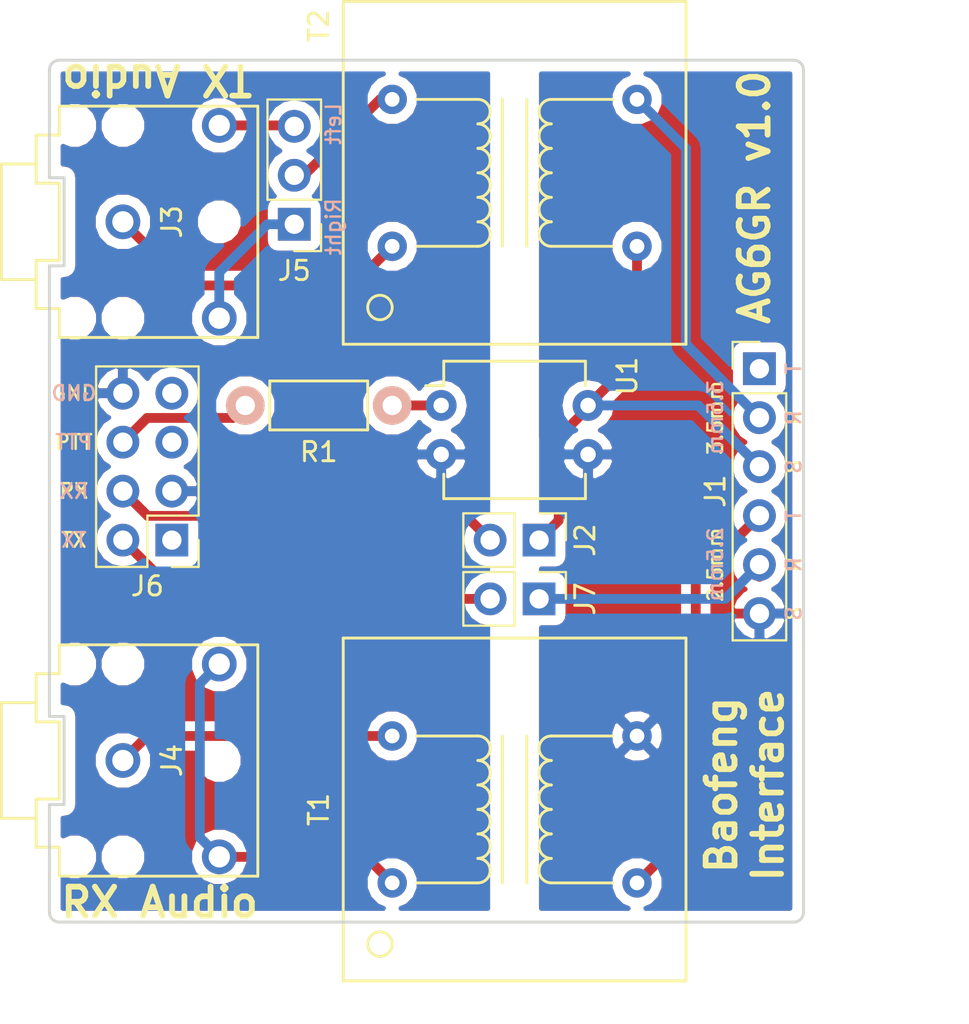
<source format=kicad_pcb>
(kicad_pcb (version 4) (host pcbnew 4.0.6)

  (general
    (links 21)
    (no_connects 0)
    (area 101.524999 104.572999 140.791001 149.427001)
    (thickness 1.6)
    (drawings 48)
    (tracks 46)
    (zones 0)
    (modules 11)
    (nets 21)
  )

  (page USLetter)
  (title_block
    (title "Baofeng Isolated Audio Interface")
    (date 2017-05-28)
    (rev v0.1)
    (company AG6GR)
  )

  (layers
    (0 F.Cu signal)
    (31 B.Cu signal)
    (33 F.Adhes user)
    (35 F.Paste user)
    (36 B.SilkS user)
    (37 F.SilkS user)
    (39 F.Mask user)
    (40 Dwgs.User user)
    (41 Cmts.User user)
    (42 Eco1.User user)
    (43 Eco2.User user)
    (44 Edge.Cuts user)
    (45 Margin user)
    (47 F.CrtYd user)
    (49 F.Fab user)
  )

  (setup
    (last_trace_width 0.508)
    (user_trace_width 0.254)
    (user_trace_width 0.508)
    (trace_clearance 0.1524)
    (zone_clearance 0.508)
    (zone_45_only no)
    (trace_min 0.1524)
    (segment_width 0.2)
    (edge_width 0.15)
    (via_size 0.6858)
    (via_drill 0.3302)
    (via_min_size 0.6858)
    (via_min_drill 0.3302)
    (uvia_size 0.762)
    (uvia_drill 0.508)
    (uvias_allowed no)
    (uvia_min_size 0)
    (uvia_min_drill 0)
    (pcb_text_width 0.3)
    (pcb_text_size 1.5 1.5)
    (mod_edge_width 0.15)
    (mod_text_size 1 1)
    (mod_text_width 0.15)
    (pad_size 0.6858 0.6858)
    (pad_drill 0.3302)
    (pad_to_mask_clearance 0.2)
    (aux_axis_origin 0 0)
    (visible_elements FFFFFF7F)
    (pcbplotparams
      (layerselection 0x00030_80000001)
      (usegerberextensions false)
      (excludeedgelayer true)
      (linewidth 0.100000)
      (plotframeref false)
      (viasonmask false)
      (mode 1)
      (useauxorigin false)
      (hpglpennumber 1)
      (hpglpenspeed 20)
      (hpglpendiameter 15)
      (hpglpenoverlay 2)
      (psnegative false)
      (psa4output false)
      (plotreference true)
      (plotvalue true)
      (plotinvisibletext false)
      (padsonsilk false)
      (subtractmaskfromsilk false)
      (outputformat 1)
      (mirror false)
      (drillshape 1)
      (scaleselection 1)
      (outputdirectory ""))
  )

  (net 0 "")
  (net 1 RX_AUDIO)
  (net 2 +5V)
  (net 3 SERIAL_RX)
  (net 4 SERIAL_TX)
  (net 5 GND)
  (net 6 TX_RIGHT+)
  (net 7 TX_LEFT+)
  (net 8 TX_AUDIO+)
  (net 9 TX_AUDIO-)
  (net 10 GNDA)
  (net 11 "Net-(J3-Pad1)")
  (net 12 "Net-(J4-Pad1)")
  (net 13 "Net-(J4-Pad2)")
  (net 14 "Net-(J5-Pad2)")
  (net 15 "Net-(J6-Pad5)")
  (net 16 PTT_B)
  (net 17 "Net-(J6-Pad7)")
  (net 18 "Net-(R1-Pad1)")
  (net 19 "Net-(J1-Pad5)")
  (net 20 "Net-(J6-Pad1)")

  (net_class Default "This is the default net class."
    (clearance 0.1524)
    (trace_width 0.254)
    (via_dia 0.6858)
    (via_drill 0.3302)
    (uvia_dia 0.762)
    (uvia_drill 0.508)
    (add_net +5V)
    (add_net GND)
    (add_net GNDA)
    (add_net "Net-(J1-Pad5)")
    (add_net "Net-(J3-Pad1)")
    (add_net "Net-(J4-Pad1)")
    (add_net "Net-(J4-Pad2)")
    (add_net "Net-(J5-Pad2)")
    (add_net "Net-(J6-Pad1)")
    (add_net "Net-(J6-Pad5)")
    (add_net "Net-(J6-Pad7)")
    (add_net "Net-(R1-Pad1)")
    (add_net PTT_B)
    (add_net RX_AUDIO)
    (add_net SERIAL_RX)
    (add_net SERIAL_TX)
    (add_net TX_AUDIO+)
    (add_net TX_AUDIO-)
    (add_net TX_LEFT+)
    (add_net TX_RIGHT+)
  )

  (module Pin_Headers:Pin_Header_Straight_1x06_Pitch2.54mm (layer F.Cu) (tedit 592BA429) (tstamp 592B97B6)
    (at 138.43 120.65)
    (descr "Through hole straight pin header, 1x06, 2.54mm pitch, single row")
    (tags "Through hole pin header THT 1x06 2.54mm single row")
    (path /592B3AFF)
    (fp_text reference J1 (at -2.286 6.35 90) (layer F.SilkS)
      (effects (font (size 1 1) (thickness 0.15)))
    )
    (fp_text value CONN_01X06 (at 0 15.09) (layer F.Fab) hide
      (effects (font (size 1 1) (thickness 0.15)))
    )
    (fp_line (start -1.27 -1.27) (end -1.27 13.97) (layer F.Fab) (width 0.1))
    (fp_line (start -1.27 13.97) (end 1.27 13.97) (layer F.Fab) (width 0.1))
    (fp_line (start 1.27 13.97) (end 1.27 -1.27) (layer F.Fab) (width 0.1))
    (fp_line (start 1.27 -1.27) (end -1.27 -1.27) (layer F.Fab) (width 0.1))
    (fp_line (start -1.39 1.27) (end -1.39 14.09) (layer F.SilkS) (width 0.12))
    (fp_line (start -1.39 14.09) (end 1.39 14.09) (layer F.SilkS) (width 0.12))
    (fp_line (start 1.39 14.09) (end 1.39 1.27) (layer F.SilkS) (width 0.12))
    (fp_line (start 1.39 1.27) (end -1.39 1.27) (layer F.SilkS) (width 0.12))
    (fp_line (start -1.39 0) (end -1.39 -1.39) (layer F.SilkS) (width 0.12))
    (fp_line (start -1.39 -1.39) (end 0 -1.39) (layer F.SilkS) (width 0.12))
    (fp_line (start -1.6 -1.6) (end -1.6 14.3) (layer F.CrtYd) (width 0.05))
    (fp_line (start -1.6 14.3) (end 1.6 14.3) (layer F.CrtYd) (width 0.05))
    (fp_line (start 1.6 14.3) (end 1.6 -1.6) (layer F.CrtYd) (width 0.05))
    (fp_line (start 1.6 -1.6) (end -1.6 -1.6) (layer F.CrtYd) (width 0.05))
    (pad 1 thru_hole rect (at 0 0) (size 1.7 1.7) (drill 1) (layers *.Cu *.Mask)
      (net 2 +5V))
    (pad 2 thru_hole oval (at 0 2.54) (size 1.7 1.7) (drill 1) (layers *.Cu *.Mask)
      (net 8 TX_AUDIO+))
    (pad 3 thru_hole oval (at 0 5.08) (size 1.7 1.7) (drill 1) (layers *.Cu *.Mask)
      (net 9 TX_AUDIO-))
    (pad 4 thru_hole oval (at 0 7.62) (size 1.7 1.7) (drill 1) (layers *.Cu *.Mask)
      (net 1 RX_AUDIO))
    (pad 5 thru_hole oval (at 0 10.16) (size 1.7 1.7) (drill 1) (layers *.Cu *.Mask)
      (net 19 "Net-(J1-Pad5)"))
    (pad 6 thru_hole oval (at 0 12.7) (size 1.7 1.7) (drill 1) (layers *.Cu *.Mask)
      (net 10 GNDA))
    (model Pin_Headers.3dshapes/Pin_Header_Straight_1x06_Pitch2.54mm.wrl
      (at (xyz 0 -0.25 0))
      (scale (xyz 1 1 1))
      (rotate (xyz 0 0 90))
    )
  )

  (module Pin_Headers:Pin_Header_Straight_1x03_Pitch2.54mm (layer F.Cu) (tedit 592BA413) (tstamp 592B97FB)
    (at 114.3 113.157 180)
    (descr "Through hole straight pin header, 1x03, 2.54mm pitch, single row")
    (tags "Through hole pin header THT 1x03 2.54mm single row")
    (path /592B87E2)
    (fp_text reference J5 (at 0 -2.413 360) (layer F.SilkS)
      (effects (font (size 1 1) (thickness 0.15)))
    )
    (fp_text value CONN_01X03 (at 0 7.47 180) (layer F.Fab) hide
      (effects (font (size 1 1) (thickness 0.15)))
    )
    (fp_line (start -1.27 -1.27) (end -1.27 6.35) (layer F.Fab) (width 0.1))
    (fp_line (start -1.27 6.35) (end 1.27 6.35) (layer F.Fab) (width 0.1))
    (fp_line (start 1.27 6.35) (end 1.27 -1.27) (layer F.Fab) (width 0.1))
    (fp_line (start 1.27 -1.27) (end -1.27 -1.27) (layer F.Fab) (width 0.1))
    (fp_line (start -1.39 1.27) (end -1.39 6.47) (layer F.SilkS) (width 0.12))
    (fp_line (start -1.39 6.47) (end 1.39 6.47) (layer F.SilkS) (width 0.12))
    (fp_line (start 1.39 6.47) (end 1.39 1.27) (layer F.SilkS) (width 0.12))
    (fp_line (start 1.39 1.27) (end -1.39 1.27) (layer F.SilkS) (width 0.12))
    (fp_line (start -1.39 0) (end -1.39 -1.39) (layer F.SilkS) (width 0.12))
    (fp_line (start -1.39 -1.39) (end 0 -1.39) (layer F.SilkS) (width 0.12))
    (fp_line (start -1.6 -1.6) (end -1.6 6.6) (layer F.CrtYd) (width 0.05))
    (fp_line (start -1.6 6.6) (end 1.6 6.6) (layer F.CrtYd) (width 0.05))
    (fp_line (start 1.6 6.6) (end 1.6 -1.6) (layer F.CrtYd) (width 0.05))
    (fp_line (start 1.6 -1.6) (end -1.6 -1.6) (layer F.CrtYd) (width 0.05))
    (pad 1 thru_hole rect (at 0 0 180) (size 1.7 1.7) (drill 1) (layers *.Cu *.Mask)
      (net 6 TX_RIGHT+))
    (pad 2 thru_hole oval (at 0 2.54 180) (size 1.7 1.7) (drill 1) (layers *.Cu *.Mask)
      (net 14 "Net-(J5-Pad2)"))
    (pad 3 thru_hole oval (at 0 5.08 180) (size 1.7 1.7) (drill 1) (layers *.Cu *.Mask)
      (net 7 TX_LEFT+))
    (model Pin_Headers.3dshapes/Pin_Header_Straight_1x03_Pitch2.54mm.wrl
      (at (xyz 0 -0.1 0))
      (scale (xyz 1 1 1))
      (rotate (xyz 0 0 90))
    )
  )

  (module SJ1-352XN:SJ1-352XN (layer F.Cu) (tedit 592BA40E) (tstamp 592B97F4)
    (at 105.41 140.97)
    (descr "TRS Audio Jack")
    (tags audio)
    (path /592B786B)
    (fp_text reference J4 (at 2.54 0 90) (layer F.SilkS)
      (effects (font (size 1 1) (thickness 0.15)))
    )
    (fp_text value JACK_TRS_3PINS (at 2 -7) (layer F.Fab) hide
      (effects (font (size 1 1) (thickness 0.15)))
    )
    (fp_line (start -6.3 3) (end -4.5 3) (layer F.SilkS) (width 0.15))
    (fp_line (start -6.3 -3) (end -6.3 3) (layer F.SilkS) (width 0.15))
    (fp_line (start -4.5 -3) (end -6.3 -3) (layer F.SilkS) (width 0.15))
    (fp_line (start -3.3 -2) (end -4.5 -2) (layer F.SilkS) (width 0.15))
    (fp_line (start -3.3 2) (end -3.3 -2) (layer F.SilkS) (width 0.15))
    (fp_line (start -4.5 2) (end -3.3 2) (layer F.SilkS) (width 0.15))
    (fp_line (start -4.5 4.5) (end -4.5 2) (layer F.SilkS) (width 0.15))
    (fp_line (start -3.3 4.5) (end -4.5 4.5) (layer F.SilkS) (width 0.15))
    (fp_line (start -3.3 6) (end -3.3 4.5) (layer F.SilkS) (width 0.15))
    (fp_line (start 7 6) (end -3.3 6) (layer F.SilkS) (width 0.15))
    (fp_line (start 7 -6) (end 7 6) (layer F.SilkS) (width 0.15))
    (fp_line (start -3.3 -6) (end 7 -6) (layer F.SilkS) (width 0.15))
    (fp_line (start -3.3 -4.5) (end -3.3 -6) (layer F.SilkS) (width 0.15))
    (fp_line (start -4.5 -4.5) (end -3.3 -4.5) (layer F.SilkS) (width 0.15))
    (fp_line (start -4.5 -2) (end -4.5 -4.5) (layer F.SilkS) (width 0.15))
    (pad 1 thru_hole circle (at 0 0) (size 1.8 1.8) (drill 1.1) (layers *.Cu *.Mask)
      (net 12 "Net-(J4-Pad1)"))
    (pad 2 thru_hole circle (at 5 5) (size 1.8 1.8) (drill 1.1) (layers *.Cu *.Mask)
      (net 13 "Net-(J4-Pad2)"))
    (pad 3 thru_hole circle (at 5 -5) (size 1.8 1.8) (drill 1.1) (layers *.Cu *.Mask)
      (net 13 "Net-(J4-Pad2)"))
    (pad "" np_thru_hole circle (at -2.5 -5) (size 1.2 1.2) (drill 1.2) (layers *.Cu *.Mask))
    (pad "" np_thru_hole circle (at 5 0) (size 1.2 1.2) (drill 1.2) (layers *.Cu *.Mask))
    (pad "" np_thru_hole circle (at 0 -5) (size 1.2 1.2) (drill 1.2) (layers *.Cu *.Mask))
    (pad "" np_thru_hole circle (at 0 5) (size 1.2 1.2) (drill 1.2) (layers *.Cu *.Mask))
    (pad "" np_thru_hole circle (at -2.5 5) (size 1.2 1.2) (drill 1.2) (layers *.Cu *.Mask))
    (model /Users/sunny/Desktop/Radio/UV5R/Baofeng-Interface/BaofengInterface/libraries/SJ1-352XN_model/sj1-3523n.wrl
      (at (xyz 0.018 0 0))
      (scale (xyz 2.75 2.75 2.75))
      (rotate (xyz 0 0 180))
    )
  )

  (module SJ1-352XN:SJ1-352XN (layer F.Cu) (tedit 592BA40E) (tstamp 592B97D9)
    (at 105.41 113.03)
    (descr "TRS Audio Jack")
    (tags audio)
    (path /592B7129)
    (fp_text reference J3 (at 2.54 0 90) (layer F.SilkS)
      (effects (font (size 1 1) (thickness 0.15)))
    )
    (fp_text value JACK_TRS_3PINS (at 2 -7) (layer F.Fab) hide
      (effects (font (size 1 1) (thickness 0.15)))
    )
    (fp_line (start -6.3 3) (end -4.5 3) (layer F.SilkS) (width 0.15))
    (fp_line (start -6.3 -3) (end -6.3 3) (layer F.SilkS) (width 0.15))
    (fp_line (start -4.5 -3) (end -6.3 -3) (layer F.SilkS) (width 0.15))
    (fp_line (start -3.3 -2) (end -4.5 -2) (layer F.SilkS) (width 0.15))
    (fp_line (start -3.3 2) (end -3.3 -2) (layer F.SilkS) (width 0.15))
    (fp_line (start -4.5 2) (end -3.3 2) (layer F.SilkS) (width 0.15))
    (fp_line (start -4.5 4.5) (end -4.5 2) (layer F.SilkS) (width 0.15))
    (fp_line (start -3.3 4.5) (end -4.5 4.5) (layer F.SilkS) (width 0.15))
    (fp_line (start -3.3 6) (end -3.3 4.5) (layer F.SilkS) (width 0.15))
    (fp_line (start 7 6) (end -3.3 6) (layer F.SilkS) (width 0.15))
    (fp_line (start 7 -6) (end 7 6) (layer F.SilkS) (width 0.15))
    (fp_line (start -3.3 -6) (end 7 -6) (layer F.SilkS) (width 0.15))
    (fp_line (start -3.3 -4.5) (end -3.3 -6) (layer F.SilkS) (width 0.15))
    (fp_line (start -4.5 -4.5) (end -3.3 -4.5) (layer F.SilkS) (width 0.15))
    (fp_line (start -4.5 -2) (end -4.5 -4.5) (layer F.SilkS) (width 0.15))
    (pad 1 thru_hole circle (at 0 0) (size 1.8 1.8) (drill 1.1) (layers *.Cu *.Mask)
      (net 11 "Net-(J3-Pad1)"))
    (pad 2 thru_hole circle (at 5 5) (size 1.8 1.8) (drill 1.1) (layers *.Cu *.Mask)
      (net 6 TX_RIGHT+))
    (pad 3 thru_hole circle (at 5 -5) (size 1.8 1.8) (drill 1.1) (layers *.Cu *.Mask)
      (net 7 TX_LEFT+))
    (pad "" np_thru_hole circle (at -2.5 -5) (size 1.2 1.2) (drill 1.2) (layers *.Cu *.Mask))
    (pad "" np_thru_hole circle (at 5 0) (size 1.2 1.2) (drill 1.2) (layers *.Cu *.Mask))
    (pad "" np_thru_hole circle (at 0 -5) (size 1.2 1.2) (drill 1.2) (layers *.Cu *.Mask))
    (pad "" np_thru_hole circle (at 0 5) (size 1.2 1.2) (drill 1.2) (layers *.Cu *.Mask))
    (pad "" np_thru_hole circle (at -2.5 5) (size 1.2 1.2) (drill 1.2) (layers *.Cu *.Mask))
    (model /Users/sunny/Desktop/Radio/UV5R/Baofeng-Interface/BaofengInterface/libraries/SJ1-352XN_model/sj1-3523n.wrl
      (at (xyz 0.018 0 0))
      (scale (xyz 2.75 2.75 2.75))
      (rotate (xyz 0 0 180))
    )
  )

  (module Pin_Headers:Pin_Header_Straight_2x04_Pitch2.54mm (layer F.Cu) (tedit 592CBA99) (tstamp 592C98DF)
    (at 107.95 129.54 180)
    (descr "Through hole straight pin header, 2x04, 2.54mm pitch, double rows")
    (tags "Through hole pin header THT 2x04 2.54mm double row")
    (path /592CBD36)
    (fp_text reference J6 (at 1.27 -2.39 180) (layer F.SilkS)
      (effects (font (size 1 1) (thickness 0.15)))
    )
    (fp_text value CONN_02X04 (at 1.27 10.01 180) (layer F.Fab) hide
      (effects (font (size 1 1) (thickness 0.15)))
    )
    (fp_line (start -1.27 -1.27) (end -1.27 8.89) (layer F.Fab) (width 0.1))
    (fp_line (start -1.27 8.89) (end 3.81 8.89) (layer F.Fab) (width 0.1))
    (fp_line (start 3.81 8.89) (end 3.81 -1.27) (layer F.Fab) (width 0.1))
    (fp_line (start 3.81 -1.27) (end -1.27 -1.27) (layer F.Fab) (width 0.1))
    (fp_line (start -1.39 1.27) (end -1.39 9.01) (layer F.SilkS) (width 0.12))
    (fp_line (start -1.39 9.01) (end 3.93 9.01) (layer F.SilkS) (width 0.12))
    (fp_line (start 3.93 9.01) (end 3.93 -1.39) (layer F.SilkS) (width 0.12))
    (fp_line (start 3.93 -1.39) (end 1.27 -1.39) (layer F.SilkS) (width 0.12))
    (fp_line (start 1.27 -1.39) (end 1.27 1.27) (layer F.SilkS) (width 0.12))
    (fp_line (start 1.27 1.27) (end -1.39 1.27) (layer F.SilkS) (width 0.12))
    (fp_line (start -1.39 0) (end -1.39 -1.39) (layer F.SilkS) (width 0.12))
    (fp_line (start -1.39 -1.39) (end 0 -1.39) (layer F.SilkS) (width 0.12))
    (fp_line (start -1.6 -1.6) (end -1.6 9.2) (layer F.CrtYd) (width 0.05))
    (fp_line (start -1.6 9.2) (end 4.1 9.2) (layer F.CrtYd) (width 0.05))
    (fp_line (start 4.1 9.2) (end 4.1 -1.6) (layer F.CrtYd) (width 0.05))
    (fp_line (start 4.1 -1.6) (end -1.6 -1.6) (layer F.CrtYd) (width 0.05))
    (pad 1 thru_hole rect (at 0 0 180) (size 1.7 1.7) (drill 1) (layers *.Cu *.Mask)
      (net 20 "Net-(J6-Pad1)"))
    (pad 2 thru_hole oval (at 2.54 0 180) (size 1.7 1.7) (drill 1) (layers *.Cu *.Mask)
      (net 4 SERIAL_TX))
    (pad 3 thru_hole oval (at 0 2.54 180) (size 1.7 1.7) (drill 1) (layers *.Cu *.Mask)
      (net 5 GND))
    (pad 4 thru_hole oval (at 2.54 2.54 180) (size 1.7 1.7) (drill 1) (layers *.Cu *.Mask)
      (net 3 SERIAL_RX))
    (pad 5 thru_hole oval (at 0 5.08 180) (size 1.7 1.7) (drill 1) (layers *.Cu *.Mask)
      (net 15 "Net-(J6-Pad5)"))
    (pad 6 thru_hole oval (at 2.54 5.08 180) (size 1.7 1.7) (drill 1) (layers *.Cu *.Mask)
      (net 16 PTT_B))
    (pad 7 thru_hole oval (at 0 7.62 180) (size 1.7 1.7) (drill 1) (layers *.Cu *.Mask)
      (net 17 "Net-(J6-Pad7)"))
    (pad 8 thru_hole oval (at 2.54 7.62 180) (size 1.7 1.7) (drill 1) (layers *.Cu *.Mask)
      (net 5 GND))
    (model Pin_Headers.3dshapes/Pin_Header_Straight_2x04_Pitch2.54mm.wrl
      (at (xyz 0.05 -0.15 0))
      (scale (xyz 1 1 1))
      (rotate (xyz 0 0 90))
    )
  )

  (module Housings_DIP:DIP-4_W7.62mm (layer F.Cu) (tedit 54130A77) (tstamp 592C9903)
    (at 121.92 122.555)
    (descr "4-lead dip package, row spacing 7.62 mm (300 mils)")
    (tags "dil dip 2.54 300")
    (path /592CA355)
    (fp_text reference U1 (at 9.652 -1.524 90) (layer F.SilkS)
      (effects (font (size 1 1) (thickness 0.15)))
    )
    (fp_text value LTV-817 (at 4.064 4.064) (layer F.Fab)
      (effects (font (size 1 1) (thickness 0.15)))
    )
    (fp_line (start -1.05 -2.45) (end -1.05 5) (layer F.CrtYd) (width 0.05))
    (fp_line (start 8.65 -2.45) (end 8.65 5) (layer F.CrtYd) (width 0.05))
    (fp_line (start -1.05 -2.45) (end 8.65 -2.45) (layer F.CrtYd) (width 0.05))
    (fp_line (start -1.05 5) (end 8.65 5) (layer F.CrtYd) (width 0.05))
    (fp_line (start 0.135 -2.295) (end 0.135 -1.025) (layer F.SilkS) (width 0.15))
    (fp_line (start 7.485 -2.295) (end 7.485 -1.025) (layer F.SilkS) (width 0.15))
    (fp_line (start 7.485 4.835) (end 7.485 3.565) (layer F.SilkS) (width 0.15))
    (fp_line (start 0.135 4.835) (end 0.135 3.565) (layer F.SilkS) (width 0.15))
    (fp_line (start 0.135 -2.295) (end 7.485 -2.295) (layer F.SilkS) (width 0.15))
    (fp_line (start 0.135 4.835) (end 7.485 4.835) (layer F.SilkS) (width 0.15))
    (fp_line (start 0.135 -1.025) (end -0.8 -1.025) (layer F.SilkS) (width 0.15))
    (pad 1 thru_hole oval (at 0 0) (size 1.6 1.6) (drill 0.8) (layers *.Cu *.Mask)
      (net 18 "Net-(R1-Pad1)"))
    (pad 2 thru_hole oval (at 0 2.54) (size 1.6 1.6) (drill 0.8) (layers *.Cu *.Mask)
      (net 5 GND))
    (pad 3 thru_hole oval (at 7.62 2.54) (size 1.6 1.6) (drill 0.8) (layers *.Cu *.Mask)
      (net 10 GNDA))
    (pad 4 thru_hole oval (at 7.62 0) (size 1.6 1.6) (drill 0.8) (layers *.Cu *.Mask)
      (net 9 TX_AUDIO-))
    (model Housings_DIP.3dshapes/DIP-4_W7.62mm.wrl
      (at (xyz 0 0 0))
      (scale (xyz 1 1 1))
      (rotate (xyz 0 0 0))
    )
  )

  (module Pin_Headers:Pin_Header_Straight_1x02_Pitch2.54mm (layer F.Cu) (tedit 592CBA83) (tstamp 592C9954)
    (at 127 129.54 270)
    (descr "Through hole straight pin header, 1x02, 2.54mm pitch, single row")
    (tags "Through hole pin header THT 1x02 2.54mm single row")
    (path /592C9797)
    (fp_text reference J2 (at 0 -2.39 270) (layer F.SilkS)
      (effects (font (size 1 1) (thickness 0.15)))
    )
    (fp_text value CONN_01X02 (at 0 4.93 270) (layer F.Fab) hide
      (effects (font (size 1 1) (thickness 0.15)))
    )
    (fp_line (start -1.27 -1.27) (end -1.27 3.81) (layer F.Fab) (width 0.1))
    (fp_line (start -1.27 3.81) (end 1.27 3.81) (layer F.Fab) (width 0.1))
    (fp_line (start 1.27 3.81) (end 1.27 -1.27) (layer F.Fab) (width 0.1))
    (fp_line (start 1.27 -1.27) (end -1.27 -1.27) (layer F.Fab) (width 0.1))
    (fp_line (start -1.39 1.27) (end -1.39 3.93) (layer F.SilkS) (width 0.12))
    (fp_line (start -1.39 3.93) (end 1.39 3.93) (layer F.SilkS) (width 0.12))
    (fp_line (start 1.39 3.93) (end 1.39 1.27) (layer F.SilkS) (width 0.12))
    (fp_line (start 1.39 1.27) (end -1.39 1.27) (layer F.SilkS) (width 0.12))
    (fp_line (start -1.39 0) (end -1.39 -1.39) (layer F.SilkS) (width 0.12))
    (fp_line (start -1.39 -1.39) (end 0 -1.39) (layer F.SilkS) (width 0.12))
    (fp_line (start -1.6 -1.6) (end -1.6 4.1) (layer F.CrtYd) (width 0.05))
    (fp_line (start -1.6 4.1) (end 1.6 4.1) (layer F.CrtYd) (width 0.05))
    (fp_line (start 1.6 4.1) (end 1.6 -1.6) (layer F.CrtYd) (width 0.05))
    (fp_line (start 1.6 -1.6) (end -1.6 -1.6) (layer F.CrtYd) (width 0.05))
    (pad 1 thru_hole rect (at 0 0 270) (size 1.7 1.7) (drill 1) (layers *.Cu *.Mask)
      (net 9 TX_AUDIO-))
    (pad 2 thru_hole oval (at 0 2.54 270) (size 1.7 1.7) (drill 1) (layers *.Cu *.Mask)
      (net 3 SERIAL_RX))
    (model Pin_Headers.3dshapes/Pin_Header_Straight_1x02_Pitch2.54mm.wrl
      (at (xyz 0 -0.05 0))
      (scale (xyz 1 1 1))
      (rotate (xyz 0 0 90))
    )
  )

  (module Pin_Headers:Pin_Header_Straight_1x02_Pitch2.54mm (layer F.Cu) (tedit 592CBA87) (tstamp 592C9A2D)
    (at 127 132.588 270)
    (descr "Through hole straight pin header, 1x02, 2.54mm pitch, single row")
    (tags "Through hole pin header THT 1x02 2.54mm single row")
    (path /592CCE65)
    (fp_text reference J7 (at 0 -2.39 270) (layer F.SilkS)
      (effects (font (size 1 1) (thickness 0.15)))
    )
    (fp_text value CONN_01X02 (at 0 4.93 270) (layer F.Fab) hide
      (effects (font (size 1 1) (thickness 0.15)))
    )
    (fp_line (start -1.27 -1.27) (end -1.27 3.81) (layer F.Fab) (width 0.1))
    (fp_line (start -1.27 3.81) (end 1.27 3.81) (layer F.Fab) (width 0.1))
    (fp_line (start 1.27 3.81) (end 1.27 -1.27) (layer F.Fab) (width 0.1))
    (fp_line (start 1.27 -1.27) (end -1.27 -1.27) (layer F.Fab) (width 0.1))
    (fp_line (start -1.39 1.27) (end -1.39 3.93) (layer F.SilkS) (width 0.12))
    (fp_line (start -1.39 3.93) (end 1.39 3.93) (layer F.SilkS) (width 0.12))
    (fp_line (start 1.39 3.93) (end 1.39 1.27) (layer F.SilkS) (width 0.12))
    (fp_line (start 1.39 1.27) (end -1.39 1.27) (layer F.SilkS) (width 0.12))
    (fp_line (start -1.39 0) (end -1.39 -1.39) (layer F.SilkS) (width 0.12))
    (fp_line (start -1.39 -1.39) (end 0 -1.39) (layer F.SilkS) (width 0.12))
    (fp_line (start -1.6 -1.6) (end -1.6 4.1) (layer F.CrtYd) (width 0.05))
    (fp_line (start -1.6 4.1) (end 1.6 4.1) (layer F.CrtYd) (width 0.05))
    (fp_line (start 1.6 4.1) (end 1.6 -1.6) (layer F.CrtYd) (width 0.05))
    (fp_line (start 1.6 -1.6) (end -1.6 -1.6) (layer F.CrtYd) (width 0.05))
    (pad 1 thru_hole rect (at 0 0 270) (size 1.7 1.7) (drill 1) (layers *.Cu *.Mask)
      (net 19 "Net-(J1-Pad5)"))
    (pad 2 thru_hole oval (at 0 2.54 270) (size 1.7 1.7) (drill 1) (layers *.Cu *.Mask)
      (net 4 SERIAL_TX))
    (model Pin_Headers.3dshapes/Pin_Header_Straight_1x02_Pitch2.54mm.wrl
      (at (xyz 0 -0.05 0))
      (scale (xyz 1 1 1))
      (rotate (xyz 0 0 90))
    )
  )

  (module BournesTransformer:LM-LP-1001L (layer F.Cu) (tedit 592CB1C6) (tstamp 592CBC54)
    (at 125.73 143.51 90)
    (descr "Audio Transformer 1:1")
    (tags transformer)
    (path /592C849A)
    (fp_text reference T1 (at 0 -10.16 90) (layer F.SilkS)
      (effects (font (size 1 1) (thickness 0.15)))
    )
    (fp_text value LM-NP-1001-B1L (at 0 10.16 90) (layer F.Fab)
      (effects (font (size 1 1) (thickness 0.15)))
    )
    (fp_circle (center -6.985 -6.985) (end -6.35 -6.985) (layer F.SilkS) (width 0.15))
    (fp_line (start 3.81 1.905) (end 3.81 5.08) (layer F.SilkS) (width 0.15))
    (fp_line (start -3.81 1.905) (end -3.81 5.08) (layer F.SilkS) (width 0.15))
    (fp_line (start -3.81 -1.905) (end -3.81 -5.08) (layer F.SilkS) (width 0.15))
    (fp_line (start 3.81 -1.905) (end 3.81 -5.08) (layer F.SilkS) (width 0.15))
    (fp_line (start -3.81 0.635) (end 3.81 0.635) (layer F.SilkS) (width 0.15))
    (fp_line (start -3.81 -0.635) (end 3.81 -0.635) (layer F.SilkS) (width 0.15))
    (fp_arc (start 1.905 -1.905) (end 2.54 -1.905) (angle 180) (layer F.SilkS) (width 0.15))
    (fp_arc (start -3.175 -1.905) (end -2.54 -1.905) (angle 180) (layer F.SilkS) (width 0.15))
    (fp_arc (start 0.635 -1.905) (end 1.27 -1.905) (angle 180) (layer F.SilkS) (width 0.15))
    (fp_arc (start -1.905 -1.905) (end -1.27 -1.905) (angle 180) (layer F.SilkS) (width 0.15))
    (fp_arc (start -0.635 -1.905) (end 0 -1.905) (angle 180) (layer F.SilkS) (width 0.15))
    (fp_line (start 8.89 8.89) (end 8.89 -8.89) (layer F.SilkS) (width 0.15))
    (fp_line (start -8.89 8.89) (end 8.89 8.89) (layer F.SilkS) (width 0.15))
    (fp_line (start -8.89 -8.89) (end -8.89 8.89) (layer F.SilkS) (width 0.15))
    (fp_line (start 8.89 -8.89) (end -8.89 -8.89) (layer F.SilkS) (width 0.15))
    (fp_arc (start -0.635 1.905) (end -1.27 1.905) (angle 180) (layer F.SilkS) (width 0.15))
    (fp_arc (start 0.635 1.905) (end 0 1.905) (angle 180) (layer F.SilkS) (width 0.15))
    (fp_arc (start -1.905 1.905) (end -2.54 1.905) (angle 180) (layer F.SilkS) (width 0.15))
    (fp_arc (start 1.905 1.905) (end 1.27 1.905) (angle 180) (layer F.SilkS) (width 0.15))
    (fp_arc (start -3.175 1.905) (end -3.81 1.905) (angle 180) (layer F.SilkS) (width 0.15))
    (fp_arc (start 3.175 1.905) (end 2.54 1.905) (angle 180) (layer F.SilkS) (width 0.15))
    (fp_arc (start 3.175 -1.905) (end 3.81 -1.905) (angle 180) (layer F.SilkS) (width 0.15))
    (pad 4 thru_hole circle (at 3.81 -6.35 90) (size 1.524 1.524) (drill 0.762) (layers *.Cu *.Mask)
      (net 12 "Net-(J4-Pad1)"))
    (pad 1 thru_hole circle (at -3.81 -6.35 90) (size 1.524 1.524) (drill 0.762) (layers *.Cu *.Mask)
      (net 13 "Net-(J4-Pad2)"))
    (pad 8 thru_hole circle (at -3.81 6.35 90) (size 1.524 1.524) (drill 0.762) (layers *.Cu *.Mask)
      (net 1 RX_AUDIO))
    (pad 5 thru_hole circle (at 3.81 6.35 90) (size 1.524 1.524) (drill 0.762) (layers *.Cu *.Mask)
      (net 10 GNDA))
    (model NF-Transformers_ETAL.3dshapes/NF-Transformer_P1165_ETAL.wrl
      (at (xyz 0 0 0))
      (scale (xyz 0.3937 0.3937 0.3937))
      (rotate (xyz 0 0 0))
    )
  )

  (module BournesTransformer:LM-LP-1001L (layer F.Cu) (tedit 592CB1C6) (tstamp 592CBC5B)
    (at 125.73 110.49 90)
    (descr "Audio Transformer 1:1")
    (tags transformer)
    (path /592C9D7D)
    (fp_text reference T2 (at 7.62 -10.16 90) (layer F.SilkS)
      (effects (font (size 1 1) (thickness 0.15)))
    )
    (fp_text value LM-NP-1001-B1L (at 0 10.16 90) (layer F.Fab)
      (effects (font (size 1 1) (thickness 0.15)))
    )
    (fp_circle (center -6.985 -6.985) (end -6.35 -6.985) (layer F.SilkS) (width 0.15))
    (fp_line (start 3.81 1.905) (end 3.81 5.08) (layer F.SilkS) (width 0.15))
    (fp_line (start -3.81 1.905) (end -3.81 5.08) (layer F.SilkS) (width 0.15))
    (fp_line (start -3.81 -1.905) (end -3.81 -5.08) (layer F.SilkS) (width 0.15))
    (fp_line (start 3.81 -1.905) (end 3.81 -5.08) (layer F.SilkS) (width 0.15))
    (fp_line (start -3.81 0.635) (end 3.81 0.635) (layer F.SilkS) (width 0.15))
    (fp_line (start -3.81 -0.635) (end 3.81 -0.635) (layer F.SilkS) (width 0.15))
    (fp_arc (start 1.905 -1.905) (end 2.54 -1.905) (angle 180) (layer F.SilkS) (width 0.15))
    (fp_arc (start -3.175 -1.905) (end -2.54 -1.905) (angle 180) (layer F.SilkS) (width 0.15))
    (fp_arc (start 0.635 -1.905) (end 1.27 -1.905) (angle 180) (layer F.SilkS) (width 0.15))
    (fp_arc (start -1.905 -1.905) (end -1.27 -1.905) (angle 180) (layer F.SilkS) (width 0.15))
    (fp_arc (start -0.635 -1.905) (end 0 -1.905) (angle 180) (layer F.SilkS) (width 0.15))
    (fp_line (start 8.89 8.89) (end 8.89 -8.89) (layer F.SilkS) (width 0.15))
    (fp_line (start -8.89 8.89) (end 8.89 8.89) (layer F.SilkS) (width 0.15))
    (fp_line (start -8.89 -8.89) (end -8.89 8.89) (layer F.SilkS) (width 0.15))
    (fp_line (start 8.89 -8.89) (end -8.89 -8.89) (layer F.SilkS) (width 0.15))
    (fp_arc (start -0.635 1.905) (end -1.27 1.905) (angle 180) (layer F.SilkS) (width 0.15))
    (fp_arc (start 0.635 1.905) (end 0 1.905) (angle 180) (layer F.SilkS) (width 0.15))
    (fp_arc (start -1.905 1.905) (end -2.54 1.905) (angle 180) (layer F.SilkS) (width 0.15))
    (fp_arc (start 1.905 1.905) (end 1.27 1.905) (angle 180) (layer F.SilkS) (width 0.15))
    (fp_arc (start -3.175 1.905) (end -3.81 1.905) (angle 180) (layer F.SilkS) (width 0.15))
    (fp_arc (start 3.175 1.905) (end 2.54 1.905) (angle 180) (layer F.SilkS) (width 0.15))
    (fp_arc (start 3.175 -1.905) (end 3.81 -1.905) (angle 180) (layer F.SilkS) (width 0.15))
    (pad 4 thru_hole circle (at 3.81 -6.35 90) (size 1.524 1.524) (drill 0.762) (layers *.Cu *.Mask)
      (net 14 "Net-(J5-Pad2)"))
    (pad 1 thru_hole circle (at -3.81 -6.35 90) (size 1.524 1.524) (drill 0.762) (layers *.Cu *.Mask)
      (net 11 "Net-(J3-Pad1)"))
    (pad 8 thru_hole circle (at -3.81 6.35 90) (size 1.524 1.524) (drill 0.762) (layers *.Cu *.Mask)
      (net 9 TX_AUDIO-))
    (pad 5 thru_hole circle (at 3.81 6.35 90) (size 1.524 1.524) (drill 0.762) (layers *.Cu *.Mask)
      (net 8 TX_AUDIO+))
    (model NF-Transformers_ETAL.3dshapes/NF-Transformer_P1165_ETAL.wrl
      (at (xyz 0 0 0))
      (scale (xyz 0.3937 0.3937 0.3937))
      (rotate (xyz 0 0 0))
    )
  )

  (module Resistors_THT:Resistor_Horizontal_RM7mm (layer F.Cu) (tedit 569FCF07) (tstamp 592C9959)
    (at 119.38 122.555 180)
    (descr "Resistor, Axial,  RM 7.62mm, 1/3W,")
    (tags "Resistor Axial RM 7.62mm 1/3W R3")
    (path /592B4D29)
    (fp_text reference R1 (at 3.81 -2.413 180) (layer F.SilkS)
      (effects (font (size 1 1) (thickness 0.15)))
    )
    (fp_text value 100 (at 3.81 0 180) (layer F.Fab)
      (effects (font (size 1 1) (thickness 0.15)))
    )
    (fp_line (start -1.25 -1.5) (end 8.85 -1.5) (layer F.CrtYd) (width 0.05))
    (fp_line (start -1.25 1.5) (end -1.25 -1.5) (layer F.CrtYd) (width 0.05))
    (fp_line (start 8.85 -1.5) (end 8.85 1.5) (layer F.CrtYd) (width 0.05))
    (fp_line (start -1.25 1.5) (end 8.85 1.5) (layer F.CrtYd) (width 0.05))
    (fp_line (start 1.27 -1.27) (end 6.35 -1.27) (layer F.SilkS) (width 0.15))
    (fp_line (start 6.35 -1.27) (end 6.35 1.27) (layer F.SilkS) (width 0.15))
    (fp_line (start 6.35 1.27) (end 1.27 1.27) (layer F.SilkS) (width 0.15))
    (fp_line (start 1.27 1.27) (end 1.27 -1.27) (layer F.SilkS) (width 0.15))
    (pad 1 thru_hole circle (at 0 0 180) (size 1.99898 1.99898) (drill 1.00076) (layers *.Cu *.SilkS *.Mask)
      (net 18 "Net-(R1-Pad1)"))
    (pad 2 thru_hole circle (at 7.62 0 180) (size 1.99898 1.99898) (drill 1.00076) (layers *.Cu *.SilkS *.Mask)
      (net 16 PTT_B))
  )

  (dimension 44.704 (width 0.3) (layer Eco1.User)
    (gr_text "1.7600 in" (at 146.638 127 90) (layer Eco1.User)
      (effects (font (size 1.5 1.5) (thickness 0.3)))
    )
    (feature1 (pts (xy 140.716 104.648) (xy 147.988 104.648)))
    (feature2 (pts (xy 140.716 149.352) (xy 147.988 149.352)))
    (crossbar (pts (xy 145.288 149.352) (xy 145.288 104.648)))
    (arrow1a (pts (xy 145.288 104.648) (xy 145.874421 105.774504)))
    (arrow1b (pts (xy 145.288 104.648) (xy 144.701579 105.774504)))
    (arrow2a (pts (xy 145.288 149.352) (xy 145.874421 148.225496)))
    (arrow2b (pts (xy 145.288 149.352) (xy 144.701579 148.225496)))
  )
  (dimension 39.116 (width 0.3) (layer Eco1.User)
    (gr_text "1.5400 in" (at 121.158 155.274) (layer Eco1.User)
      (effects (font (size 1.5 1.5) (thickness 0.3)))
    )
    (feature1 (pts (xy 140.716 149.352) (xy 140.716 156.624)))
    (feature2 (pts (xy 101.6 149.352) (xy 101.6 156.624)))
    (crossbar (pts (xy 101.6 153.924) (xy 140.716 153.924)))
    (arrow1a (pts (xy 140.716 153.924) (xy 139.589496 154.510421)))
    (arrow1b (pts (xy 140.716 153.924) (xy 139.589496 153.337579)))
    (arrow2a (pts (xy 101.6 153.924) (xy 102.726504 154.510421)))
    (arrow2b (pts (xy 101.6 153.924) (xy 102.726504 153.337579)))
  )
  (gr_arc (start 102.108 105.156) (end 101.6 105.156) (angle 90) (layer Edge.Cuts) (width 0.15))
  (gr_arc (start 102.108 148.844) (end 102.108 149.352) (angle 90) (layer Edge.Cuts) (width 0.15))
  (gr_arc (start 140.208 105.156) (end 140.208 104.648) (angle 90) (layer Edge.Cuts) (width 0.15))
  (gr_arc (start 140.208 148.844) (end 140.716 148.844) (angle 90) (layer Edge.Cuts) (width 0.15))
  (gr_text 3.5mm (at 136.144 123.19 90) (layer F.SilkS) (tstamp 592CBF56)
    (effects (font (size 0.762 0.762) (thickness 0.127)))
  )
  (gr_text 2.5mm (at 136.144 130.81 90) (layer F.SilkS) (tstamp 592CBF53)
    (effects (font (size 0.762 0.762) (thickness 0.127)))
  )
  (gr_text S (at 140.208 133.35 90) (layer F.SilkS) (tstamp 592CBF50)
    (effects (font (size 0.762 0.762) (thickness 0.127)))
  )
  (gr_text R (at 140.208 130.81 90) (layer F.SilkS) (tstamp 592CBF4D)
    (effects (font (size 0.762 0.762) (thickness 0.127)))
  )
  (gr_text T (at 140.208 128.27 90) (layer F.SilkS) (tstamp 592CBF4A)
    (effects (font (size 0.762 0.762) (thickness 0.127)))
  )
  (gr_text S (at 140.208 125.73 90) (layer F.SilkS) (tstamp 592CBF47)
    (effects (font (size 0.762 0.762) (thickness 0.127)))
  )
  (gr_text R (at 140.208 123.19 90) (layer F.SilkS) (tstamp 592CBF44)
    (effects (font (size 0.762 0.762) (thickness 0.127)))
  )
  (gr_text T (at 140.208 120.65 90) (layer F.SilkS) (tstamp 592CBF41)
    (effects (font (size 0.762 0.762) (thickness 0.127)))
  )
  (gr_text GND (at 102.87 121.92) (layer F.SilkS) (tstamp 592CBF16)
    (effects (font (size 0.762 0.762) (thickness 0.127)))
  )
  (gr_text PTT (at 102.87 124.46) (layer F.SilkS) (tstamp 592CBF13)
    (effects (font (size 0.762 0.762) (thickness 0.127)))
  )
  (gr_text RX (at 102.87 127) (layer F.SilkS) (tstamp 592CBF10)
    (effects (font (size 0.762 0.762) (thickness 0.127)))
  )
  (gr_text TX (at 102.87 129.54) (layer F.SilkS) (tstamp 592CBF0C)
    (effects (font (size 0.762 0.762) (thickness 0.127)))
  )
  (gr_text "AG6GR v1.0" (at 138.176 111.76 90) (layer F.SilkS)
    (effects (font (size 1.5 1.5) (thickness 0.3)))
  )
  (gr_text "Baofeng\nInterface" (at 137.668 142.24 90) (layer F.SilkS)
    (effects (font (size 1.5 1.5) (thickness 0.3)))
  )
  (gr_text 3.5mm (at 136.144 123.19 90) (layer B.SilkS) (tstamp 592BA642)
    (effects (font (size 0.762 0.762) (thickness 0.127)) (justify mirror))
  )
  (gr_text 2.5mm (at 136.144 130.81 90) (layer B.SilkS) (tstamp 592BA637)
    (effects (font (size 0.762 0.762) (thickness 0.127)) (justify mirror))
  )
  (gr_text T (at 140.208 120.65 90) (layer B.SilkS) (tstamp 592BA5F6)
    (effects (font (size 0.762 0.762) (thickness 0.127)) (justify mirror))
  )
  (gr_text R (at 140.208 123.19 90) (layer B.SilkS) (tstamp 592BA5F5)
    (effects (font (size 0.762 0.762) (thickness 0.127)) (justify mirror))
  )
  (gr_text S (at 140.208 125.73 90) (layer B.SilkS) (tstamp 592BA5F4)
    (effects (font (size 0.762 0.762) (thickness 0.127)) (justify mirror))
  )
  (gr_text T (at 140.208 128.27 90) (layer B.SilkS) (tstamp 592BA5F3)
    (effects (font (size 0.762 0.762) (thickness 0.127)) (justify mirror))
  )
  (gr_text R (at 140.208 130.81 90) (layer B.SilkS) (tstamp 592BA5F2)
    (effects (font (size 0.762 0.762) (thickness 0.127)) (justify mirror))
  )
  (gr_text S (at 140.208 133.35 90) (layer B.SilkS) (tstamp 592BA5F1)
    (effects (font (size 0.762 0.762) (thickness 0.127)) (justify mirror))
  )
  (gr_text GND (at 102.87 121.92) (layer B.SilkS) (tstamp 592BA5E7)
    (effects (font (size 0.762 0.762) (thickness 0.127)) (justify mirror))
  )
  (gr_text TX (at 102.87 129.54) (layer B.SilkS) (tstamp 592BA5E6)
    (effects (font (size 0.762 0.762) (thickness 0.127)) (justify mirror))
  )
  (gr_text RX (at 102.87 127) (layer B.SilkS) (tstamp 592BA5E5)
    (effects (font (size 0.762 0.762) (thickness 0.127)) (justify mirror))
  )
  (gr_text PTT (at 102.87 124.46) (layer B.SilkS)
    (effects (font (size 0.762 0.762) (thickness 0.127)) (justify mirror))
  )
  (gr_text Left (at 116.332 107.95 90) (layer B.SilkS)
    (effects (font (size 0.762 0.762) (thickness 0.127)) (justify mirror))
  )
  (gr_text Right (at 116.332 113.284 90) (layer B.SilkS)
    (effects (font (size 0.762 0.762) (thickness 0.127)) (justify mirror))
  )
  (gr_text "RX Audio" (at 107.315 148.336) (layer F.SilkS)
    (effects (font (size 1.5 1.5) (thickness 0.3)))
  )
  (gr_text "TX Audio" (at 107.188 105.664 180) (layer F.SilkS)
    (effects (font (size 1.5 1.5) (thickness 0.3)))
  )
  (gr_line (start 101.6 110.744) (end 101.6 105.156) (layer Edge.Cuts) (width 0.15))
  (gr_line (start 102.362 110.744) (end 101.6 110.744) (layer Edge.Cuts) (width 0.15))
  (gr_line (start 102.362 115.316) (end 102.362 110.744) (layer Edge.Cuts) (width 0.15))
  (gr_line (start 101.6 115.316) (end 102.362 115.316) (layer Edge.Cuts) (width 0.15))
  (gr_line (start 101.6 138.684) (end 101.6 115.316) (layer Edge.Cuts) (width 0.15))
  (gr_line (start 102.362 138.684) (end 101.6 138.684) (layer Edge.Cuts) (width 0.15))
  (gr_line (start 102.362 143.256) (end 102.362 138.684) (layer Edge.Cuts) (width 0.15))
  (gr_line (start 101.6 143.256) (end 102.362 143.256) (layer Edge.Cuts) (width 0.15))
  (gr_line (start 101.6 148.844) (end 101.6 143.256) (layer Edge.Cuts) (width 0.15))
  (gr_line (start 140.208 149.352) (end 102.108 149.352) (layer Edge.Cuts) (width 0.15))
  (gr_line (start 140.716 105.156) (end 140.716 148.844) (layer Edge.Cuts) (width 0.15))
  (gr_line (start 102.108 104.648) (end 140.208 104.648) (layer Edge.Cuts) (width 0.15))

  (segment (start 138.43 128.27) (end 135.128 131.572) (width 0.508) (layer F.Cu) (net 1))
  (segment (start 135.128 131.572) (end 135.128 144.272) (width 0.508) (layer F.Cu) (net 1))
  (segment (start 135.128 144.272) (end 132.08 147.32) (width 0.508) (layer F.Cu) (net 1))
  (segment (start 105.41 127) (end 106.693599 128.283599) (width 0.508) (layer F.Cu) (net 3) (status 10))
  (segment (start 106.693599 128.283599) (end 123.203599 128.283599) (width 0.508) (layer F.Cu) (net 3))
  (segment (start 123.203599 128.283599) (end 124.46 129.54) (width 0.508) (layer F.Cu) (net 3) (status 20))
  (segment (start 105.41 129.54) (end 108.458 132.588) (width 0.508) (layer F.Cu) (net 4) (status 10))
  (segment (start 108.458 132.588) (end 124.46 132.588) (width 0.508) (layer F.Cu) (net 4) (status 20))
  (segment (start 110.41 115.65) (end 112.903 113.157) (width 0.508) (layer B.Cu) (net 6))
  (segment (start 112.903 113.157) (end 114.3 113.157) (width 0.508) (layer B.Cu) (net 6) (status 20))
  (segment (start 110.41 118.03) (end 110.41 115.65) (width 0.508) (layer B.Cu) (net 6) (status 10))
  (segment (start 110.41 108.03) (end 114.253 108.03) (width 0.508) (layer F.Cu) (net 7) (status 30))
  (segment (start 114.253 108.03) (end 114.3 108.077) (width 0.508) (layer F.Cu) (net 7) (status 30))
  (segment (start 134.62 109.22) (end 134.62 119.38) (width 0.508) (layer B.Cu) (net 8))
  (segment (start 134.62 119.38) (end 138.43 123.19) (width 0.508) (layer B.Cu) (net 8) (status 20))
  (segment (start 132.08 106.68) (end 134.62 109.22) (width 0.508) (layer B.Cu) (net 8) (status 10))
  (segment (start 129.54 122.682) (end 128.016 124.206) (width 0.508) (layer F.Cu) (net 9))
  (segment (start 128.016 124.206) (end 128.016 128.524) (width 0.508) (layer F.Cu) (net 9))
  (segment (start 128.016 128.524) (end 127 129.54) (width 0.508) (layer F.Cu) (net 9))
  (segment (start 129.54 122.682) (end 129.667 122.555) (width 0.508) (layer B.Cu) (net 9) (status 30))
  (segment (start 129.667 122.555) (end 135.255 122.555) (width 0.508) (layer B.Cu) (net 9) (status 10))
  (segment (start 135.255 122.555) (end 138.43 125.73) (width 0.508) (layer B.Cu) (net 9) (status 20))
  (segment (start 129.54 122.555) (end 132.08 120.015) (width 0.508) (layer F.Cu) (net 9) (status 10))
  (segment (start 132.08 120.015) (end 132.08 114.3) (width 0.508) (layer F.Cu) (net 9) (status 20))
  (segment (start 105.41 113.03) (end 108.712 116.332) (width 0.508) (layer F.Cu) (net 11) (status 10))
  (segment (start 108.712 116.332) (end 117.348 116.332) (width 0.508) (layer F.Cu) (net 11))
  (segment (start 117.348 116.332) (end 119.38 114.3) (width 0.508) (layer F.Cu) (net 11) (status 20))
  (segment (start 105.41 140.97) (end 106.68 139.7) (width 0.508) (layer F.Cu) (net 12) (status 10))
  (segment (start 106.68 139.7) (end 119.38 139.7) (width 0.508) (layer F.Cu) (net 12) (status 20))
  (segment (start 119.38 147.32) (end 118.03 145.97) (width 0.508) (layer F.Cu) (net 13) (status 10))
  (segment (start 118.03 145.97) (end 110.41 145.97) (width 0.508) (layer F.Cu) (net 13) (status 20))
  (segment (start 110.41 135.97) (end 110.57 135.97) (width 0.508) (layer F.Cu) (net 13) (status 30))
  (segment (start 110.41 135.97) (end 109.403599 136.976401) (width 0.508) (layer B.Cu) (net 13) (status 10))
  (segment (start 109.403599 136.976401) (end 109.403599 144.963599) (width 0.508) (layer B.Cu) (net 13))
  (segment (start 109.403599 144.963599) (end 110.41 145.97) (width 0.508) (layer B.Cu) (net 13) (status 20))
  (segment (start 114.3 110.617) (end 114.808 110.617) (width 0.508) (layer F.Cu) (net 14) (status 30))
  (segment (start 114.808 110.617) (end 118.745 106.68) (width 0.508) (layer F.Cu) (net 14) (status 30))
  (segment (start 118.745 106.68) (end 119.38 106.68) (width 0.508) (layer F.Cu) (net 14) (status 30))
  (segment (start 105.41 124.46) (end 106.666401 123.203599) (width 0.508) (layer F.Cu) (net 16) (status 10))
  (segment (start 106.666401 123.203599) (end 111.111401 123.203599) (width 0.508) (layer F.Cu) (net 16) (status 20))
  (segment (start 111.111401 123.203599) (end 111.76 122.555) (width 0.508) (layer F.Cu) (net 16) (status 30))
  (segment (start 119.38 122.555) (end 121.92 122.555) (width 0.508) (layer F.Cu) (net 18) (status 30))
  (segment (start 121.793 122.555) (end 121.92 122.682) (width 0.508) (layer F.Cu) (net 18) (status 30))
  (segment (start 127 132.588) (end 136.652 132.588) (width 0.508) (layer B.Cu) (net 19) (status 10))
  (segment (start 136.652 132.588) (end 138.43 130.81) (width 0.508) (layer B.Cu) (net 19) (status 20))
  (segment (start 138.43 130.81) (end 138.43 131.445) (width 0.508) (layer F.Cu) (net 19) (status 30))

  (zone (net 10) (net_name GNDA) (layer F.Cu) (tstamp 0) (hatch edge 0.508)
    (connect_pads (clearance 0.508))
    (min_thickness 0.254)
    (fill yes (arc_segments 16) (thermal_gap 0.508) (thermal_bridge_width 0.508))
    (polygon
      (pts
        (xy 142.24 101.6) (xy 127 101.6) (xy 127 152.4) (xy 142.24 152.4)
      )
    )
    (filled_polygon
      (pts
        (xy 131.289697 105.49499) (xy 130.896371 105.88763) (xy 130.683243 106.4009) (xy 130.682758 106.956661) (xy 130.89499 107.470303)
        (xy 131.28763 107.863629) (xy 131.8009 108.076757) (xy 132.356661 108.077242) (xy 132.870303 107.86501) (xy 133.263629 107.47237)
        (xy 133.476757 106.9591) (xy 133.477242 106.403339) (xy 133.26501 105.889697) (xy 132.87237 105.496371) (xy 132.539135 105.358)
        (xy 140.006 105.358) (xy 140.006 148.642) (xy 132.538761 148.642) (xy 132.870303 148.50501) (xy 133.263629 148.11237)
        (xy 133.476757 147.5991) (xy 133.477123 147.180113) (xy 135.756618 144.900618) (xy 135.949329 144.612206) (xy 136.017 144.272)
        (xy 136.017 133.70689) (xy 136.988524 133.70689) (xy 137.158355 134.116924) (xy 137.548642 134.545183) (xy 138.073108 134.791486)
        (xy 138.303 134.670819) (xy 138.303 133.477) (xy 138.557 133.477) (xy 138.557 134.670819) (xy 138.786892 134.791486)
        (xy 139.311358 134.545183) (xy 139.701645 134.116924) (xy 139.871476 133.70689) (xy 139.750155 133.477) (xy 138.557 133.477)
        (xy 138.303 133.477) (xy 137.109845 133.477) (xy 136.988524 133.70689) (xy 136.017 133.70689) (xy 136.017 131.940236)
        (xy 136.954287 131.002949) (xy 137.028946 131.378285) (xy 137.350853 131.860054) (xy 137.691553 132.087702) (xy 137.548642 132.154817)
        (xy 137.158355 132.583076) (xy 136.988524 132.99311) (xy 137.109845 133.223) (xy 138.303 133.223) (xy 138.303 133.203)
        (xy 138.557 133.203) (xy 138.557 133.223) (xy 139.750155 133.223) (xy 139.871476 132.99311) (xy 139.701645 132.583076)
        (xy 139.311358 132.154817) (xy 139.168447 132.087702) (xy 139.509147 131.860054) (xy 139.831054 131.378285) (xy 139.944093 130.81)
        (xy 139.831054 130.241715) (xy 139.509147 129.759946) (xy 139.179974 129.54) (xy 139.509147 129.320054) (xy 139.831054 128.838285)
        (xy 139.944093 128.27) (xy 139.831054 127.701715) (xy 139.509147 127.219946) (xy 139.179974 127) (xy 139.509147 126.780054)
        (xy 139.831054 126.298285) (xy 139.944093 125.73) (xy 139.831054 125.161715) (xy 139.509147 124.679946) (xy 139.179974 124.46)
        (xy 139.509147 124.240054) (xy 139.831054 123.758285) (xy 139.944093 123.19) (xy 139.831054 122.621715) (xy 139.509147 122.139946)
        (xy 139.467548 122.11215) (xy 139.515317 122.103162) (xy 139.731441 121.96409) (xy 139.876431 121.75189) (xy 139.92744 121.5)
        (xy 139.92744 119.8) (xy 139.883162 119.564683) (xy 139.74409 119.348559) (xy 139.53189 119.203569) (xy 139.28 119.15256)
        (xy 137.58 119.15256) (xy 137.344683 119.196838) (xy 137.128559 119.33591) (xy 136.983569 119.54811) (xy 136.93256 119.8)
        (xy 136.93256 121.5) (xy 136.976838 121.735317) (xy 137.11591 121.951441) (xy 137.32811 122.096431) (xy 137.395541 122.110086)
        (xy 137.350853 122.139946) (xy 137.028946 122.621715) (xy 136.915907 123.19) (xy 137.028946 123.758285) (xy 137.350853 124.240054)
        (xy 137.680026 124.46) (xy 137.350853 124.679946) (xy 137.028946 125.161715) (xy 136.915907 125.73) (xy 137.028946 126.298285)
        (xy 137.350853 126.780054) (xy 137.680026 127) (xy 137.350853 127.219946) (xy 137.028946 127.701715) (xy 136.915907 128.27)
        (xy 136.958522 128.484242) (xy 134.499382 130.943382) (xy 134.306671 131.231794) (xy 134.239 131.572) (xy 134.239 143.903764)
        (xy 132.219643 145.923121) (xy 131.803339 145.922758) (xy 131.289697 146.13499) (xy 130.896371 146.52763) (xy 130.683243 147.0409)
        (xy 130.682758 147.596661) (xy 130.89499 148.110303) (xy 131.28763 148.503629) (xy 131.620865 148.642) (xy 127.127 148.642)
        (xy 127.127 140.680213) (xy 131.279392 140.680213) (xy 131.348857 140.922397) (xy 131.872302 141.109144) (xy 132.427368 141.081362)
        (xy 132.811143 140.922397) (xy 132.880608 140.680213) (xy 132.08 139.879605) (xy 131.279392 140.680213) (xy 127.127 140.680213)
        (xy 127.127 139.492302) (xy 130.670856 139.492302) (xy 130.698638 140.047368) (xy 130.857603 140.431143) (xy 131.099787 140.500608)
        (xy 131.900395 139.7) (xy 132.259605 139.7) (xy 133.060213 140.500608) (xy 133.302397 140.431143) (xy 133.489144 139.907698)
        (xy 133.461362 139.352632) (xy 133.302397 138.968857) (xy 133.060213 138.899392) (xy 132.259605 139.7) (xy 131.900395 139.7)
        (xy 131.099787 138.899392) (xy 130.857603 138.968857) (xy 130.670856 139.492302) (xy 127.127 139.492302) (xy 127.127 138.719787)
        (xy 131.279392 138.719787) (xy 132.08 139.520395) (xy 132.880608 138.719787) (xy 132.811143 138.477603) (xy 132.287698 138.290856)
        (xy 131.732632 138.318638) (xy 131.348857 138.477603) (xy 131.279392 138.719787) (xy 127.127 138.719787) (xy 127.127 134.08544)
        (xy 127.85 134.08544) (xy 128.085317 134.041162) (xy 128.301441 133.90209) (xy 128.446431 133.68989) (xy 128.49744 133.438)
        (xy 128.49744 131.738) (xy 128.453162 131.502683) (xy 128.31409 131.286559) (xy 128.10189 131.141569) (xy 127.85 131.09056)
        (xy 127.127 131.09056) (xy 127.127 131.03744) (xy 127.85 131.03744) (xy 128.085317 130.993162) (xy 128.301441 130.85409)
        (xy 128.446431 130.64189) (xy 128.49744 130.39) (xy 128.49744 129.299796) (xy 128.644618 129.152618) (xy 128.837329 128.864206)
        (xy 128.905 128.524) (xy 128.905 126.351575) (xy 129.190959 126.486914) (xy 129.413 126.365629) (xy 129.413 125.222)
        (xy 129.667 125.222) (xy 129.667 126.365629) (xy 129.889041 126.486914) (xy 130.395134 126.247389) (xy 130.771041 125.832423)
        (xy 130.931904 125.444039) (xy 130.809915 125.222) (xy 129.667 125.222) (xy 129.413 125.222) (xy 129.393 125.222)
        (xy 129.393 124.968) (xy 129.413 124.968) (xy 129.413 124.948) (xy 129.667 124.948) (xy 129.667 124.968)
        (xy 130.809915 124.968) (xy 130.931904 124.745961) (xy 130.771041 124.357577) (xy 130.395134 123.942611) (xy 130.178297 123.839986)
        (xy 130.582811 123.569698) (xy 130.89388 123.104151) (xy 131.003113 122.555) (xy 130.968956 122.38328) (xy 132.708618 120.643618)
        (xy 132.901329 120.355206) (xy 132.969 120.015) (xy 132.969 115.386485) (xy 133.263629 115.09237) (xy 133.476757 114.5791)
        (xy 133.477242 114.023339) (xy 133.26501 113.509697) (xy 132.87237 113.116371) (xy 132.3591 112.903243) (xy 131.803339 112.902758)
        (xy 131.289697 113.11499) (xy 130.896371 113.50763) (xy 130.683243 114.0209) (xy 130.682758 114.576661) (xy 130.89499 115.090303)
        (xy 131.191 115.38683) (xy 131.191 119.646764) (xy 129.692935 121.144829) (xy 129.568113 121.12) (xy 129.511887 121.12)
        (xy 128.962736 121.229233) (xy 128.497189 121.540302) (xy 128.18612 122.005849) (xy 128.076887 122.555) (xy 128.132115 122.832649)
        (xy 127.387382 123.577382) (xy 127.194671 123.865794) (xy 127.127 124.206) (xy 127.127 105.358) (xy 131.621239 105.358)
      )
    )
  )
  (zone (net 5) (net_name GND) (layer F.Cu) (tstamp 0) (hatch edge 0.508)
    (connect_pads (clearance 0.508))
    (min_thickness 0.254)
    (fill yes (arc_segments 16) (thermal_gap 0.508) (thermal_bridge_width 0.508))
    (polygon
      (pts
        (xy 124.46 101.6) (xy 124.46 152.4) (xy 101.6 152.4) (xy 101.6 101.6)
      )
    )
    (filled_polygon
      (pts
        (xy 118.589697 105.49499) (xy 118.196371 105.88763) (xy 118.132981 106.040291) (xy 118.116382 106.051382) (xy 115.745395 108.422369)
        (xy 115.814093 108.077) (xy 115.701054 107.508715) (xy 115.379147 107.026946) (xy 114.897378 106.705039) (xy 114.329093 106.592)
        (xy 114.270907 106.592) (xy 113.702622 106.705039) (xy 113.220853 107.026946) (xy 113.144645 107.141) (xy 111.691475 107.141)
        (xy 111.280643 106.729449) (xy 110.71667 106.495267) (xy 110.106009 106.494735) (xy 109.541629 106.727932) (xy 109.109449 107.159357)
        (xy 108.875267 107.72333) (xy 108.874735 108.333991) (xy 109.107932 108.898371) (xy 109.539357 109.330551) (xy 110.10333 109.564733)
        (xy 110.713991 109.565265) (xy 111.278371 109.332068) (xy 111.692162 108.919) (xy 113.081836 108.919) (xy 113.220853 109.127054)
        (xy 113.550026 109.347) (xy 113.220853 109.566946) (xy 112.898946 110.048715) (xy 112.785907 110.617) (xy 112.898946 111.185285)
        (xy 113.220853 111.667054) (xy 113.262452 111.69485) (xy 113.214683 111.703838) (xy 112.998559 111.84291) (xy 112.853569 112.05511)
        (xy 112.80256 112.307) (xy 112.80256 114.007) (xy 112.846838 114.242317) (xy 112.98591 114.458441) (xy 113.19811 114.603431)
        (xy 113.45 114.65444) (xy 115.15 114.65444) (xy 115.385317 114.610162) (xy 115.601441 114.47109) (xy 115.746431 114.25889)
        (xy 115.79744 114.007) (xy 115.79744 112.307) (xy 115.753162 112.071683) (xy 115.61409 111.855559) (xy 115.40189 111.710569)
        (xy 115.334459 111.696914) (xy 115.379147 111.667054) (xy 115.701054 111.185285) (xy 115.751733 110.930503) (xy 118.750837 107.931399)
        (xy 119.1009 108.076757) (xy 119.656661 108.077242) (xy 120.170303 107.86501) (xy 120.563629 107.47237) (xy 120.776757 106.9591)
        (xy 120.777242 106.403339) (xy 120.56501 105.889697) (xy 120.17237 105.496371) (xy 119.839135 105.358) (xy 124.333 105.358)
        (xy 124.333 128.051169) (xy 124.245758 128.068522) (xy 123.832217 127.654981) (xy 123.702467 127.568285) (xy 123.543805 127.46227)
        (xy 123.203599 127.394599) (xy 109.375857 127.394599) (xy 109.391476 127.35689) (xy 109.270155 127.127) (xy 108.077 127.127)
        (xy 108.077 127.147) (xy 107.823 127.147) (xy 107.823 127.127) (xy 107.803 127.127) (xy 107.803 126.873)
        (xy 107.823 126.873) (xy 107.823 126.853) (xy 108.077 126.853) (xy 108.077 126.873) (xy 109.270155 126.873)
        (xy 109.391476 126.64311) (xy 109.221645 126.233076) (xy 108.831358 125.804817) (xy 108.688447 125.737702) (xy 109.029147 125.510054)
        (xy 109.073256 125.444039) (xy 120.528096 125.444039) (xy 120.688959 125.832423) (xy 121.064866 126.247389) (xy 121.570959 126.486914)
        (xy 121.793 126.365629) (xy 121.793 125.222) (xy 122.047 125.222) (xy 122.047 126.365629) (xy 122.269041 126.486914)
        (xy 122.775134 126.247389) (xy 123.151041 125.832423) (xy 123.311904 125.444039) (xy 123.189915 125.222) (xy 122.047 125.222)
        (xy 121.793 125.222) (xy 120.650085 125.222) (xy 120.528096 125.444039) (xy 109.073256 125.444039) (xy 109.351054 125.028285)
        (xy 109.464093 124.46) (xy 109.391012 124.092599) (xy 111.111401 124.092599) (xy 111.171843 124.080576) (xy 111.433453 124.189206)
        (xy 112.083694 124.189774) (xy 112.684655 123.941462) (xy 113.144846 123.482073) (xy 113.394206 122.881547) (xy 113.394208 122.878694)
        (xy 117.745226 122.878694) (xy 117.993538 123.479655) (xy 118.452927 123.939846) (xy 119.053453 124.189206) (xy 119.703694 124.189774)
        (xy 120.304655 123.941462) (xy 120.764846 123.482073) (xy 120.780655 123.444) (xy 120.7932 123.444) (xy 120.877189 123.569698)
        (xy 121.281703 123.839986) (xy 121.064866 123.942611) (xy 120.688959 124.357577) (xy 120.528096 124.745961) (xy 120.650085 124.968)
        (xy 121.793 124.968) (xy 121.793 124.948) (xy 122.047 124.948) (xy 122.047 124.968) (xy 123.189915 124.968)
        (xy 123.311904 124.745961) (xy 123.151041 124.357577) (xy 122.775134 123.942611) (xy 122.558297 123.839986) (xy 122.962811 123.569698)
        (xy 123.27388 123.104151) (xy 123.383113 122.555) (xy 123.27388 122.005849) (xy 122.962811 121.540302) (xy 122.497264 121.229233)
        (xy 121.948113 121.12) (xy 121.891887 121.12) (xy 121.342736 121.229233) (xy 120.877189 121.540302) (xy 120.7932 121.666)
        (xy 120.781194 121.666) (xy 120.766462 121.630345) (xy 120.307073 121.170154) (xy 119.706547 120.920794) (xy 119.056306 120.920226)
        (xy 118.455345 121.168538) (xy 117.995154 121.627927) (xy 117.745794 122.228453) (xy 117.745226 122.878694) (xy 113.394208 122.878694)
        (xy 113.394774 122.231306) (xy 113.146462 121.630345) (xy 112.687073 121.170154) (xy 112.086547 120.920794) (xy 111.436306 120.920226)
        (xy 110.835345 121.168538) (xy 110.375154 121.627927) (xy 110.125794 122.228453) (xy 110.125719 122.314599) (xy 109.385602 122.314599)
        (xy 109.464093 121.92) (xy 109.351054 121.351715) (xy 109.029147 120.869946) (xy 108.547378 120.548039) (xy 107.979093 120.435)
        (xy 107.920907 120.435) (xy 107.352622 120.548039) (xy 106.870853 120.869946) (xy 106.681655 121.153101) (xy 106.681645 121.153076)
        (xy 106.291358 120.724817) (xy 105.766892 120.478514) (xy 105.537 120.599181) (xy 105.537 121.793) (xy 105.557 121.793)
        (xy 105.557 122.047) (xy 105.537 122.047) (xy 105.537 122.067) (xy 105.283 122.067) (xy 105.283 122.047)
        (xy 104.089845 122.047) (xy 103.968524 122.27689) (xy 104.138355 122.686924) (xy 104.528642 123.115183) (xy 104.671553 123.182298)
        (xy 104.330853 123.409946) (xy 104.008946 123.891715) (xy 103.895907 124.46) (xy 104.008946 125.028285) (xy 104.330853 125.510054)
        (xy 104.660026 125.73) (xy 104.330853 125.949946) (xy 104.008946 126.431715) (xy 103.895907 127) (xy 104.008946 127.568285)
        (xy 104.330853 128.050054) (xy 104.660026 128.27) (xy 104.330853 128.489946) (xy 104.008946 128.971715) (xy 103.895907 129.54)
        (xy 104.008946 130.108285) (xy 104.330853 130.590054) (xy 104.812622 130.911961) (xy 105.380907 131.025) (xy 105.439093 131.025)
        (xy 105.604802 130.992038) (xy 107.829382 133.216618) (xy 108.117794 133.409329) (xy 108.458 133.477) (xy 123.282894 133.477)
        (xy 123.409946 133.667147) (xy 123.891715 133.989054) (xy 124.333 134.076831) (xy 124.333 148.642) (xy 119.838761 148.642)
        (xy 120.170303 148.50501) (xy 120.563629 148.11237) (xy 120.776757 147.5991) (xy 120.777242 147.043339) (xy 120.56501 146.529697)
        (xy 120.17237 146.136371) (xy 119.6591 145.923243) (xy 119.240113 145.922877) (xy 118.658618 145.341382) (xy 118.553797 145.271343)
        (xy 118.370206 145.148671) (xy 118.03 145.081) (xy 111.691475 145.081) (xy 111.280643 144.669449) (xy 110.71667 144.435267)
        (xy 110.106009 144.434735) (xy 109.541629 144.667932) (xy 109.109449 145.099357) (xy 108.875267 145.66333) (xy 108.874735 146.273991)
        (xy 109.107932 146.838371) (xy 109.539357 147.270551) (xy 110.10333 147.504733) (xy 110.713991 147.505265) (xy 111.278371 147.272068)
        (xy 111.692162 146.859) (xy 117.661764 146.859) (xy 117.983121 147.180357) (xy 117.982758 147.596661) (xy 118.19499 148.110303)
        (xy 118.58763 148.503629) (xy 118.920865 148.642) (xy 102.31 148.642) (xy 102.31 147.058096) (xy 102.663266 147.204785)
        (xy 103.154579 147.205214) (xy 103.608657 147.017592) (xy 103.956371 146.670485) (xy 104.144785 146.216734) (xy 104.144786 146.214579)
        (xy 104.174786 146.214579) (xy 104.362408 146.668657) (xy 104.709515 147.016371) (xy 105.163266 147.204785) (xy 105.654579 147.205214)
        (xy 106.108657 147.017592) (xy 106.456371 146.670485) (xy 106.644785 146.216734) (xy 106.645214 145.725421) (xy 106.457592 145.271343)
        (xy 106.110485 144.923629) (xy 105.656734 144.735215) (xy 105.165421 144.734786) (xy 104.711343 144.922408) (xy 104.363629 145.269515)
        (xy 104.175215 145.723266) (xy 104.174786 146.214579) (xy 104.144786 146.214579) (xy 104.145214 145.725421) (xy 103.957592 145.271343)
        (xy 103.610485 144.923629) (xy 103.156734 144.735215) (xy 102.665421 144.734786) (xy 102.31 144.881644) (xy 102.31 143.966)
        (xy 102.362 143.966) (xy 102.633705 143.911954) (xy 102.864046 143.758046) (xy 103.017954 143.527705) (xy 103.072 143.256)
        (xy 103.072 141.273991) (xy 103.874735 141.273991) (xy 104.107932 141.838371) (xy 104.539357 142.270551) (xy 105.10333 142.504733)
        (xy 105.713991 142.505265) (xy 106.278371 142.272068) (xy 106.710551 141.840643) (xy 106.944733 141.27667) (xy 106.945242 140.691994)
        (xy 107.048236 140.589) (xy 109.230967 140.589) (xy 109.175215 140.723266) (xy 109.174786 141.214579) (xy 109.362408 141.668657)
        (xy 109.709515 142.016371) (xy 110.163266 142.204785) (xy 110.654579 142.205214) (xy 111.108657 142.017592) (xy 111.456371 141.670485)
        (xy 111.644785 141.216734) (xy 111.645214 140.725421) (xy 111.588846 140.589) (xy 118.293515 140.589) (xy 118.58763 140.883629)
        (xy 119.1009 141.096757) (xy 119.656661 141.097242) (xy 120.170303 140.88501) (xy 120.563629 140.49237) (xy 120.776757 139.9791)
        (xy 120.777242 139.423339) (xy 120.56501 138.909697) (xy 120.17237 138.516371) (xy 119.6591 138.303243) (xy 119.103339 138.302758)
        (xy 118.589697 138.51499) (xy 118.29317 138.811) (xy 106.68 138.811) (xy 106.339794 138.878671) (xy 106.224505 138.955705)
        (xy 106.051382 139.071382) (xy 105.687522 139.435242) (xy 105.106009 139.434735) (xy 104.541629 139.667932) (xy 104.109449 140.099357)
        (xy 103.875267 140.66333) (xy 103.874735 141.273991) (xy 103.072 141.273991) (xy 103.072 138.684) (xy 103.017954 138.412295)
        (xy 102.864046 138.181954) (xy 102.633705 138.028046) (xy 102.362 137.974) (xy 102.31 137.974) (xy 102.31 137.058096)
        (xy 102.663266 137.204785) (xy 103.154579 137.205214) (xy 103.608657 137.017592) (xy 103.956371 136.670485) (xy 104.144785 136.216734)
        (xy 104.144786 136.214579) (xy 104.174786 136.214579) (xy 104.362408 136.668657) (xy 104.709515 137.016371) (xy 105.163266 137.204785)
        (xy 105.654579 137.205214) (xy 106.108657 137.017592) (xy 106.456371 136.670485) (xy 106.621009 136.273991) (xy 108.874735 136.273991)
        (xy 109.107932 136.838371) (xy 109.539357 137.270551) (xy 110.10333 137.504733) (xy 110.713991 137.505265) (xy 111.278371 137.272068)
        (xy 111.710551 136.840643) (xy 111.944733 136.27667) (xy 111.945265 135.666009) (xy 111.712068 135.101629) (xy 111.280643 134.669449)
        (xy 110.71667 134.435267) (xy 110.106009 134.434735) (xy 109.541629 134.667932) (xy 109.109449 135.099357) (xy 108.875267 135.66333)
        (xy 108.874735 136.273991) (xy 106.621009 136.273991) (xy 106.644785 136.216734) (xy 106.645214 135.725421) (xy 106.457592 135.271343)
        (xy 106.110485 134.923629) (xy 105.656734 134.735215) (xy 105.165421 134.734786) (xy 104.711343 134.922408) (xy 104.363629 135.269515)
        (xy 104.175215 135.723266) (xy 104.174786 136.214579) (xy 104.144786 136.214579) (xy 104.145214 135.725421) (xy 103.957592 135.271343)
        (xy 103.610485 134.923629) (xy 103.156734 134.735215) (xy 102.665421 134.734786) (xy 102.31 134.881644) (xy 102.31 121.56311)
        (xy 103.968524 121.56311) (xy 104.089845 121.793) (xy 105.283 121.793) (xy 105.283 120.599181) (xy 105.053108 120.478514)
        (xy 104.528642 120.724817) (xy 104.138355 121.153076) (xy 103.968524 121.56311) (xy 102.31 121.56311) (xy 102.31 119.118096)
        (xy 102.663266 119.264785) (xy 103.154579 119.265214) (xy 103.608657 119.077592) (xy 103.956371 118.730485) (xy 104.144785 118.276734)
        (xy 104.144786 118.274579) (xy 104.174786 118.274579) (xy 104.362408 118.728657) (xy 104.709515 119.076371) (xy 105.163266 119.264785)
        (xy 105.654579 119.265214) (xy 106.108657 119.077592) (xy 106.456371 118.730485) (xy 106.644785 118.276734) (xy 106.645214 117.785421)
        (xy 106.457592 117.331343) (xy 106.110485 116.983629) (xy 105.656734 116.795215) (xy 105.165421 116.794786) (xy 104.711343 116.982408)
        (xy 104.363629 117.329515) (xy 104.175215 117.783266) (xy 104.174786 118.274579) (xy 104.144786 118.274579) (xy 104.145214 117.785421)
        (xy 103.957592 117.331343) (xy 103.610485 116.983629) (xy 103.156734 116.795215) (xy 102.665421 116.794786) (xy 102.31 116.941644)
        (xy 102.31 116.026) (xy 102.362 116.026) (xy 102.633705 115.971954) (xy 102.864046 115.818046) (xy 103.017954 115.587705)
        (xy 103.072 115.316) (xy 103.072 113.333991) (xy 103.874735 113.333991) (xy 104.107932 113.898371) (xy 104.539357 114.330551)
        (xy 105.10333 114.564733) (xy 105.688006 114.565242) (xy 108.083382 116.960618) (xy 108.371794 117.153329) (xy 108.712 117.221)
        (xy 109.083853 117.221) (xy 108.875267 117.72333) (xy 108.874735 118.333991) (xy 109.107932 118.898371) (xy 109.539357 119.330551)
        (xy 110.10333 119.564733) (xy 110.713991 119.565265) (xy 111.278371 119.332068) (xy 111.710551 118.900643) (xy 111.944733 118.33667)
        (xy 111.945265 117.726009) (xy 111.7366 117.221) (xy 117.348 117.221) (xy 117.688206 117.153329) (xy 117.976618 116.960618)
        (xy 119.240357 115.696879) (xy 119.656661 115.697242) (xy 120.170303 115.48501) (xy 120.563629 115.09237) (xy 120.776757 114.5791)
        (xy 120.777242 114.023339) (xy 120.56501 113.509697) (xy 120.17237 113.116371) (xy 119.6591 112.903243) (xy 119.103339 112.902758)
        (xy 118.589697 113.11499) (xy 118.196371 113.50763) (xy 117.983243 114.0209) (xy 117.982877 114.439887) (xy 116.979764 115.443)
        (xy 109.080236 115.443) (xy 106.944758 113.307522) (xy 106.944786 113.274579) (xy 109.174786 113.274579) (xy 109.362408 113.728657)
        (xy 109.709515 114.076371) (xy 110.163266 114.264785) (xy 110.654579 114.265214) (xy 111.108657 114.077592) (xy 111.456371 113.730485)
        (xy 111.644785 113.276734) (xy 111.645214 112.785421) (xy 111.457592 112.331343) (xy 111.110485 111.983629) (xy 110.656734 111.795215)
        (xy 110.165421 111.794786) (xy 109.711343 111.982408) (xy 109.363629 112.329515) (xy 109.175215 112.783266) (xy 109.174786 113.274579)
        (xy 106.944786 113.274579) (xy 106.945265 112.726009) (xy 106.712068 112.161629) (xy 106.280643 111.729449) (xy 105.71667 111.495267)
        (xy 105.106009 111.494735) (xy 104.541629 111.727932) (xy 104.109449 112.159357) (xy 103.875267 112.72333) (xy 103.874735 113.333991)
        (xy 103.072 113.333991) (xy 103.072 110.744) (xy 103.017954 110.472295) (xy 102.864046 110.241954) (xy 102.633705 110.088046)
        (xy 102.362 110.034) (xy 102.31 110.034) (xy 102.31 109.118096) (xy 102.663266 109.264785) (xy 103.154579 109.265214)
        (xy 103.608657 109.077592) (xy 103.956371 108.730485) (xy 104.144785 108.276734) (xy 104.144786 108.274579) (xy 104.174786 108.274579)
        (xy 104.362408 108.728657) (xy 104.709515 109.076371) (xy 105.163266 109.264785) (xy 105.654579 109.265214) (xy 106.108657 109.077592)
        (xy 106.456371 108.730485) (xy 106.644785 108.276734) (xy 106.645214 107.785421) (xy 106.457592 107.331343) (xy 106.110485 106.983629)
        (xy 105.656734 106.795215) (xy 105.165421 106.794786) (xy 104.711343 106.982408) (xy 104.363629 107.329515) (xy 104.175215 107.783266)
        (xy 104.174786 108.274579) (xy 104.144786 108.274579) (xy 104.145214 107.785421) (xy 103.957592 107.331343) (xy 103.610485 106.983629)
        (xy 103.156734 106.795215) (xy 102.665421 106.794786) (xy 102.31 106.941644) (xy 102.31 105.358) (xy 118.921239 105.358)
      )
    )
  )
  (zone (net 10) (net_name GNDA) (layer B.Cu) (tstamp 592CBD9C) (hatch edge 0.508)
    (connect_pads (clearance 0.508))
    (min_thickness 0.254)
    (fill yes (arc_segments 16) (thermal_gap 0.508) (thermal_bridge_width 0.508))
    (polygon
      (pts
        (xy 142.24 101.6) (xy 127 101.6) (xy 127 152.4) (xy 142.24 152.4)
      )
    )
    (filled_polygon
      (pts
        (xy 140.006 148.642) (xy 132.538761 148.642) (xy 132.870303 148.50501) (xy 133.263629 148.11237) (xy 133.476757 147.5991)
        (xy 133.477242 147.043339) (xy 133.26501 146.529697) (xy 132.87237 146.136371) (xy 132.3591 145.923243) (xy 131.803339 145.922758)
        (xy 131.289697 146.13499) (xy 130.896371 146.52763) (xy 130.683243 147.0409) (xy 130.682758 147.596661) (xy 130.89499 148.110303)
        (xy 131.28763 148.503629) (xy 131.620865 148.642) (xy 127.127 148.642) (xy 127.127 140.680213) (xy 131.279392 140.680213)
        (xy 131.348857 140.922397) (xy 131.872302 141.109144) (xy 132.427368 141.081362) (xy 132.811143 140.922397) (xy 132.880608 140.680213)
        (xy 132.08 139.879605) (xy 131.279392 140.680213) (xy 127.127 140.680213) (xy 127.127 139.492302) (xy 130.670856 139.492302)
        (xy 130.698638 140.047368) (xy 130.857603 140.431143) (xy 131.099787 140.500608) (xy 131.900395 139.7) (xy 132.259605 139.7)
        (xy 133.060213 140.500608) (xy 133.302397 140.431143) (xy 133.489144 139.907698) (xy 133.461362 139.352632) (xy 133.302397 138.968857)
        (xy 133.060213 138.899392) (xy 132.259605 139.7) (xy 131.900395 139.7) (xy 131.099787 138.899392) (xy 130.857603 138.968857)
        (xy 130.670856 139.492302) (xy 127.127 139.492302) (xy 127.127 138.719787) (xy 131.279392 138.719787) (xy 132.08 139.520395)
        (xy 132.880608 138.719787) (xy 132.811143 138.477603) (xy 132.287698 138.290856) (xy 131.732632 138.318638) (xy 131.348857 138.477603)
        (xy 131.279392 138.719787) (xy 127.127 138.719787) (xy 127.127 134.08544) (xy 127.85 134.08544) (xy 128.085317 134.041162)
        (xy 128.301441 133.90209) (xy 128.446431 133.68989) (xy 128.489542 133.477) (xy 136.652 133.477) (xy 136.945 133.418719)
        (xy 136.945 133.477002) (xy 137.109844 133.477002) (xy 136.988524 133.70689) (xy 137.158355 134.116924) (xy 137.548642 134.545183)
        (xy 138.073108 134.791486) (xy 138.303 134.670819) (xy 138.303 133.477) (xy 138.557 133.477) (xy 138.557 134.670819)
        (xy 138.786892 134.791486) (xy 139.311358 134.545183) (xy 139.701645 134.116924) (xy 139.871476 133.70689) (xy 139.750155 133.477)
        (xy 138.557 133.477) (xy 138.303 133.477) (xy 138.283 133.477) (xy 138.283 133.223) (xy 138.303 133.223)
        (xy 138.303 133.203) (xy 138.557 133.203) (xy 138.557 133.223) (xy 139.750155 133.223) (xy 139.871476 132.99311)
        (xy 139.701645 132.583076) (xy 139.311358 132.154817) (xy 139.168447 132.087702) (xy 139.509147 131.860054) (xy 139.831054 131.378285)
        (xy 139.944093 130.81) (xy 139.831054 130.241715) (xy 139.509147 129.759946) (xy 139.179974 129.54) (xy 139.509147 129.320054)
        (xy 139.831054 128.838285) (xy 139.944093 128.27) (xy 139.831054 127.701715) (xy 139.509147 127.219946) (xy 139.179974 127)
        (xy 139.509147 126.780054) (xy 139.831054 126.298285) (xy 139.944093 125.73) (xy 139.831054 125.161715) (xy 139.509147 124.679946)
        (xy 139.179974 124.46) (xy 139.509147 124.240054) (xy 139.831054 123.758285) (xy 139.944093 123.19) (xy 139.831054 122.621715)
        (xy 139.509147 122.139946) (xy 139.467548 122.11215) (xy 139.515317 122.103162) (xy 139.731441 121.96409) (xy 139.876431 121.75189)
        (xy 139.92744 121.5) (xy 139.92744 119.8) (xy 139.883162 119.564683) (xy 139.74409 119.348559) (xy 139.53189 119.203569)
        (xy 139.28 119.15256) (xy 137.58 119.15256) (xy 137.344683 119.196838) (xy 137.128559 119.33591) (xy 136.983569 119.54811)
        (xy 136.93256 119.8) (xy 136.93256 120.435324) (xy 135.509 119.011764) (xy 135.509 109.22) (xy 135.441329 108.879794)
        (xy 135.248618 108.591382) (xy 133.476879 106.819643) (xy 133.477242 106.403339) (xy 133.26501 105.889697) (xy 132.87237 105.496371)
        (xy 132.539135 105.358) (xy 140.006 105.358)
      )
    )
    (filled_polygon
      (pts
        (xy 131.289697 105.49499) (xy 130.896371 105.88763) (xy 130.683243 106.4009) (xy 130.682758 106.956661) (xy 130.89499 107.470303)
        (xy 131.28763 107.863629) (xy 131.8009 108.076757) (xy 132.219887 108.077123) (xy 133.731 109.588236) (xy 133.731 119.38)
        (xy 133.798671 119.720206) (xy 133.851988 119.8) (xy 133.991382 120.008618) (xy 136.958522 122.975758) (xy 136.954287 122.997051)
        (xy 135.883618 121.926382) (xy 135.721471 121.818039) (xy 135.595206 121.733671) (xy 135.255 121.666) (xy 130.6668 121.666)
        (xy 130.582811 121.540302) (xy 130.117264 121.229233) (xy 129.568113 121.12) (xy 129.511887 121.12) (xy 128.962736 121.229233)
        (xy 128.497189 121.540302) (xy 128.18612 122.005849) (xy 128.076887 122.555) (xy 128.18612 123.104151) (xy 128.497189 123.569698)
        (xy 128.901703 123.839986) (xy 128.684866 123.942611) (xy 128.308959 124.357577) (xy 128.148096 124.745961) (xy 128.270085 124.968)
        (xy 129.413 124.968) (xy 129.413 124.948) (xy 129.667 124.948) (xy 129.667 124.968) (xy 130.809915 124.968)
        (xy 130.931904 124.745961) (xy 130.771041 124.357577) (xy 130.395134 123.942611) (xy 130.178297 123.839986) (xy 130.582811 123.569698)
        (xy 130.6668 123.444) (xy 134.886764 123.444) (xy 136.958522 125.515758) (xy 136.915907 125.73) (xy 137.028946 126.298285)
        (xy 137.350853 126.780054) (xy 137.680026 127) (xy 137.350853 127.219946) (xy 137.028946 127.701715) (xy 136.915907 128.27)
        (xy 137.028946 128.838285) (xy 137.350853 129.320054) (xy 137.680026 129.54) (xy 137.350853 129.759946) (xy 137.028946 130.241715)
        (xy 136.915907 130.81) (xy 136.958522 131.024242) (xy 136.283764 131.699) (xy 128.490102 131.699) (xy 128.453162 131.502683)
        (xy 128.31409 131.286559) (xy 128.10189 131.141569) (xy 127.85 131.09056) (xy 127.127 131.09056) (xy 127.127 131.03744)
        (xy 127.85 131.03744) (xy 128.085317 130.993162) (xy 128.301441 130.85409) (xy 128.446431 130.64189) (xy 128.49744 130.39)
        (xy 128.49744 128.69) (xy 128.453162 128.454683) (xy 128.31409 128.238559) (xy 128.10189 128.093569) (xy 127.85 128.04256)
        (xy 127.127 128.04256) (xy 127.127 125.444039) (xy 128.148096 125.444039) (xy 128.308959 125.832423) (xy 128.684866 126.247389)
        (xy 129.190959 126.486914) (xy 129.413 126.365629) (xy 129.413 125.222) (xy 129.667 125.222) (xy 129.667 126.365629)
        (xy 129.889041 126.486914) (xy 130.395134 126.247389) (xy 130.771041 125.832423) (xy 130.931904 125.444039) (xy 130.809915 125.222)
        (xy 129.667 125.222) (xy 129.413 125.222) (xy 128.270085 125.222) (xy 128.148096 125.444039) (xy 127.127 125.444039)
        (xy 127.127 114.576661) (xy 130.682758 114.576661) (xy 130.89499 115.090303) (xy 131.28763 115.483629) (xy 131.8009 115.696757)
        (xy 132.356661 115.697242) (xy 132.870303 115.48501) (xy 133.263629 115.09237) (xy 133.476757 114.5791) (xy 133.477242 114.023339)
        (xy 133.26501 113.509697) (xy 132.87237 113.116371) (xy 132.3591 112.903243) (xy 131.803339 112.902758) (xy 131.289697 113.11499)
        (xy 130.896371 113.50763) (xy 130.683243 114.0209) (xy 130.682758 114.576661) (xy 127.127 114.576661) (xy 127.127 105.358)
        (xy 131.621239 105.358)
      )
    )
  )
  (zone (net 5) (net_name GND) (layer B.Cu) (tstamp 592CBDA3) (hatch edge 0.508)
    (connect_pads (clearance 0.508))
    (min_thickness 0.254)
    (fill yes (arc_segments 16) (thermal_gap 0.508) (thermal_bridge_width 0.508))
    (polygon
      (pts
        (xy 124.46 101.6) (xy 124.46 152.4) (xy 101.6 152.4) (xy 101.6 101.6)
      )
    )
    (filled_polygon
      (pts
        (xy 118.589697 105.49499) (xy 118.196371 105.88763) (xy 117.983243 106.4009) (xy 117.982758 106.956661) (xy 118.19499 107.470303)
        (xy 118.58763 107.863629) (xy 119.1009 108.076757) (xy 119.656661 108.077242) (xy 120.170303 107.86501) (xy 120.563629 107.47237)
        (xy 120.776757 106.9591) (xy 120.777242 106.403339) (xy 120.56501 105.889697) (xy 120.17237 105.496371) (xy 119.839135 105.358)
        (xy 124.333 105.358) (xy 124.333 128.051169) (xy 123.891715 128.138946) (xy 123.409946 128.460853) (xy 123.088039 128.942622)
        (xy 122.975 129.510907) (xy 122.975 129.569093) (xy 123.088039 130.137378) (xy 123.409946 130.619147) (xy 123.891715 130.941054)
        (xy 124.333 131.028831) (xy 124.333 131.099169) (xy 123.891715 131.186946) (xy 123.409946 131.508853) (xy 123.088039 131.990622)
        (xy 122.975 132.558907) (xy 122.975 132.617093) (xy 123.088039 133.185378) (xy 123.409946 133.667147) (xy 123.891715 133.989054)
        (xy 124.333 134.076831) (xy 124.333 148.642) (xy 119.838761 148.642) (xy 120.170303 148.50501) (xy 120.563629 148.11237)
        (xy 120.776757 147.5991) (xy 120.777242 147.043339) (xy 120.56501 146.529697) (xy 120.17237 146.136371) (xy 119.6591 145.923243)
        (xy 119.103339 145.922758) (xy 118.589697 146.13499) (xy 118.196371 146.52763) (xy 117.983243 147.0409) (xy 117.982758 147.596661)
        (xy 118.19499 148.110303) (xy 118.58763 148.503629) (xy 118.920865 148.642) (xy 102.31 148.642) (xy 102.31 147.058096)
        (xy 102.663266 147.204785) (xy 103.154579 147.205214) (xy 103.608657 147.017592) (xy 103.956371 146.670485) (xy 104.144785 146.216734)
        (xy 104.144786 146.214579) (xy 104.174786 146.214579) (xy 104.362408 146.668657) (xy 104.709515 147.016371) (xy 105.163266 147.204785)
        (xy 105.654579 147.205214) (xy 106.108657 147.017592) (xy 106.456371 146.670485) (xy 106.644785 146.216734) (xy 106.645214 145.725421)
        (xy 106.457592 145.271343) (xy 106.110485 144.923629) (xy 105.656734 144.735215) (xy 105.165421 144.734786) (xy 104.711343 144.922408)
        (xy 104.363629 145.269515) (xy 104.175215 145.723266) (xy 104.174786 146.214579) (xy 104.144786 146.214579) (xy 104.145214 145.725421)
        (xy 103.957592 145.271343) (xy 103.610485 144.923629) (xy 103.156734 144.735215) (xy 102.665421 144.734786) (xy 102.31 144.881644)
        (xy 102.31 143.966) (xy 102.362 143.966) (xy 102.633705 143.911954) (xy 102.864046 143.758046) (xy 103.017954 143.527705)
        (xy 103.072 143.256) (xy 103.072 141.273991) (xy 103.874735 141.273991) (xy 104.107932 141.838371) (xy 104.539357 142.270551)
        (xy 105.10333 142.504733) (xy 105.713991 142.505265) (xy 106.278371 142.272068) (xy 106.710551 141.840643) (xy 106.944733 141.27667)
        (xy 106.945265 140.666009) (xy 106.712068 140.101629) (xy 106.280643 139.669449) (xy 105.71667 139.435267) (xy 105.106009 139.434735)
        (xy 104.541629 139.667932) (xy 104.109449 140.099357) (xy 103.875267 140.66333) (xy 103.874735 141.273991) (xy 103.072 141.273991)
        (xy 103.072 138.684) (xy 103.017954 138.412295) (xy 102.864046 138.181954) (xy 102.633705 138.028046) (xy 102.362 137.974)
        (xy 102.31 137.974) (xy 102.31 137.058096) (xy 102.663266 137.204785) (xy 103.154579 137.205214) (xy 103.608657 137.017592)
        (xy 103.956371 136.670485) (xy 104.144785 136.216734) (xy 104.144786 136.214579) (xy 104.174786 136.214579) (xy 104.362408 136.668657)
        (xy 104.709515 137.016371) (xy 105.163266 137.204785) (xy 105.654579 137.205214) (xy 106.108657 137.017592) (xy 106.14992 136.976401)
        (xy 108.514599 136.976401) (xy 108.514599 144.963599) (xy 108.58227 145.303805) (xy 108.774981 145.592217) (xy 108.875242 145.692478)
        (xy 108.874735 146.273991) (xy 109.107932 146.838371) (xy 109.539357 147.270551) (xy 110.10333 147.504733) (xy 110.713991 147.505265)
        (xy 111.278371 147.272068) (xy 111.710551 146.840643) (xy 111.944733 146.27667) (xy 111.945265 145.666009) (xy 111.712068 145.101629)
        (xy 111.280643 144.669449) (xy 110.71667 144.435267) (xy 110.292599 144.434898) (xy 110.292599 142.204898) (xy 110.654579 142.205214)
        (xy 111.108657 142.017592) (xy 111.456371 141.670485) (xy 111.644785 141.216734) (xy 111.645214 140.725421) (xy 111.457592 140.271343)
        (xy 111.163425 139.976661) (xy 117.982758 139.976661) (xy 118.19499 140.490303) (xy 118.58763 140.883629) (xy 119.1009 141.096757)
        (xy 119.656661 141.097242) (xy 120.170303 140.88501) (xy 120.563629 140.49237) (xy 120.776757 139.9791) (xy 120.777242 139.423339)
        (xy 120.56501 138.909697) (xy 120.17237 138.516371) (xy 119.6591 138.303243) (xy 119.103339 138.302758) (xy 118.589697 138.51499)
        (xy 118.196371 138.90763) (xy 117.983243 139.4209) (xy 117.982758 139.976661) (xy 111.163425 139.976661) (xy 111.110485 139.923629)
        (xy 110.656734 139.735215) (xy 110.292599 139.734897) (xy 110.292599 137.504898) (xy 110.713991 137.505265) (xy 111.278371 137.272068)
        (xy 111.710551 136.840643) (xy 111.944733 136.27667) (xy 111.945265 135.666009) (xy 111.712068 135.101629) (xy 111.280643 134.669449)
        (xy 110.71667 134.435267) (xy 110.106009 134.434735) (xy 109.541629 134.667932) (xy 109.109449 135.099357) (xy 108.875267 135.66333)
        (xy 108.874758 136.248006) (xy 108.774981 136.347783) (xy 108.58227 136.636195) (xy 108.514599 136.976401) (xy 106.14992 136.976401)
        (xy 106.456371 136.670485) (xy 106.644785 136.216734) (xy 106.645214 135.725421) (xy 106.457592 135.271343) (xy 106.110485 134.923629)
        (xy 105.656734 134.735215) (xy 105.165421 134.734786) (xy 104.711343 134.922408) (xy 104.363629 135.269515) (xy 104.175215 135.723266)
        (xy 104.174786 136.214579) (xy 104.144786 136.214579) (xy 104.145214 135.725421) (xy 103.957592 135.271343) (xy 103.610485 134.923629)
        (xy 103.156734 134.735215) (xy 102.665421 134.734786) (xy 102.31 134.881644) (xy 102.31 124.46) (xy 103.895907 124.46)
        (xy 104.008946 125.028285) (xy 104.330853 125.510054) (xy 104.660026 125.73) (xy 104.330853 125.949946) (xy 104.008946 126.431715)
        (xy 103.895907 127) (xy 104.008946 127.568285) (xy 104.330853 128.050054) (xy 104.660026 128.27) (xy 104.330853 128.489946)
        (xy 104.008946 128.971715) (xy 103.895907 129.54) (xy 104.008946 130.108285) (xy 104.330853 130.590054) (xy 104.812622 130.911961)
        (xy 105.380907 131.025) (xy 105.439093 131.025) (xy 106.007378 130.911961) (xy 106.489147 130.590054) (xy 106.489971 130.588821)
        (xy 106.496838 130.625317) (xy 106.63591 130.841441) (xy 106.84811 130.986431) (xy 107.1 131.03744) (xy 108.8 131.03744)
        (xy 109.035317 130.993162) (xy 109.251441 130.85409) (xy 109.396431 130.64189) (xy 109.44744 130.39) (xy 109.44744 128.69)
        (xy 109.403162 128.454683) (xy 109.26409 128.238559) (xy 109.05189 128.093569) (xy 108.943893 128.071699) (xy 109.221645 127.766924)
        (xy 109.391476 127.35689) (xy 109.270155 127.127) (xy 108.077 127.127) (xy 108.077 127.147) (xy 107.823 127.147)
        (xy 107.823 127.127) (xy 107.803 127.127) (xy 107.803 126.873) (xy 107.823 126.873) (xy 107.823 126.853)
        (xy 108.077 126.853) (xy 108.077 126.873) (xy 109.270155 126.873) (xy 109.391476 126.64311) (xy 109.221645 126.233076)
        (xy 108.831358 125.804817) (xy 108.688447 125.737702) (xy 109.029147 125.510054) (xy 109.073256 125.444039) (xy 120.528096 125.444039)
        (xy 120.688959 125.832423) (xy 121.064866 126.247389) (xy 121.570959 126.486914) (xy 121.793 126.365629) (xy 121.793 125.222)
        (xy 122.047 125.222) (xy 122.047 126.365629) (xy 122.269041 126.486914) (xy 122.775134 126.247389) (xy 123.151041 125.832423)
        (xy 123.311904 125.444039) (xy 123.189915 125.222) (xy 122.047 125.222) (xy 121.793 125.222) (xy 120.650085 125.222)
        (xy 120.528096 125.444039) (xy 109.073256 125.444039) (xy 109.351054 125.028285) (xy 109.464093 124.46) (xy 109.351054 123.891715)
        (xy 109.029147 123.409946) (xy 108.699974 123.19) (xy 109.029147 122.970054) (xy 109.090191 122.878694) (xy 110.125226 122.878694)
        (xy 110.373538 123.479655) (xy 110.832927 123.939846) (xy 111.433453 124.189206) (xy 112.083694 124.189774) (xy 112.684655 123.941462)
        (xy 113.144846 123.482073) (xy 113.394206 122.881547) (xy 113.394208 122.878694) (xy 117.745226 122.878694) (xy 117.993538 123.479655)
        (xy 118.452927 123.939846) (xy 119.053453 124.189206) (xy 119.703694 124.189774) (xy 120.304655 123.941462) (xy 120.764846 123.482073)
        (xy 120.785463 123.432421) (xy 120.877189 123.569698) (xy 121.281703 123.839986) (xy 121.064866 123.942611) (xy 120.688959 124.357577)
        (xy 120.528096 124.745961) (xy 120.650085 124.968) (xy 121.793 124.968) (xy 121.793 124.948) (xy 122.047 124.948)
        (xy 122.047 124.968) (xy 123.189915 124.968) (xy 123.311904 124.745961) (xy 123.151041 124.357577) (xy 122.775134 123.942611)
        (xy 122.558297 123.839986) (xy 122.962811 123.569698) (xy 123.27388 123.104151) (xy 123.383113 122.555) (xy 123.27388 122.005849)
        (xy 122.962811 121.540302) (xy 122.497264 121.229233) (xy 121.948113 121.12) (xy 121.891887 121.12) (xy 121.342736 121.229233)
        (xy 120.877189 121.540302) (xy 120.785782 121.677102) (xy 120.766462 121.630345) (xy 120.307073 121.170154) (xy 119.706547 120.920794)
        (xy 119.056306 120.920226) (xy 118.455345 121.168538) (xy 117.995154 121.627927) (xy 117.745794 122.228453) (xy 117.745226 122.878694)
        (xy 113.394208 122.878694) (xy 113.394774 122.231306) (xy 113.146462 121.630345) (xy 112.687073 121.170154) (xy 112.086547 120.920794)
        (xy 111.436306 120.920226) (xy 110.835345 121.168538) (xy 110.375154 121.627927) (xy 110.125794 122.228453) (xy 110.125226 122.878694)
        (xy 109.090191 122.878694) (xy 109.351054 122.488285) (xy 109.464093 121.92) (xy 109.351054 121.351715) (xy 109.029147 120.869946)
        (xy 108.547378 120.548039) (xy 107.979093 120.435) (xy 107.920907 120.435) (xy 107.352622 120.548039) (xy 106.870853 120.869946)
        (xy 106.681655 121.153101) (xy 106.681645 121.153076) (xy 106.291358 120.724817) (xy 105.766892 120.478514) (xy 105.537 120.599181)
        (xy 105.537 121.793) (xy 105.557 121.793) (xy 105.557 122.047) (xy 105.537 122.047) (xy 105.537 122.067)
        (xy 105.283 122.067) (xy 105.283 122.047) (xy 104.089845 122.047) (xy 103.968524 122.27689) (xy 104.138355 122.686924)
        (xy 104.528642 123.115183) (xy 104.671553 123.182298) (xy 104.330853 123.409946) (xy 104.008946 123.891715) (xy 103.895907 124.46)
        (xy 102.31 124.46) (xy 102.31 121.56311) (xy 103.968524 121.56311) (xy 104.089845 121.793) (xy 105.283 121.793)
        (xy 105.283 120.599181) (xy 105.053108 120.478514) (xy 104.528642 120.724817) (xy 104.138355 121.153076) (xy 103.968524 121.56311)
        (xy 102.31 121.56311) (xy 102.31 119.118096) (xy 102.663266 119.264785) (xy 103.154579 119.265214) (xy 103.608657 119.077592)
        (xy 103.956371 118.730485) (xy 104.144785 118.276734) (xy 104.144786 118.274579) (xy 104.174786 118.274579) (xy 104.362408 118.728657)
        (xy 104.709515 119.076371) (xy 105.163266 119.264785) (xy 105.654579 119.265214) (xy 106.108657 119.077592) (xy 106.456371 118.730485)
        (xy 106.621009 118.333991) (xy 108.874735 118.333991) (xy 109.107932 118.898371) (xy 109.539357 119.330551) (xy 110.10333 119.564733)
        (xy 110.713991 119.565265) (xy 111.278371 119.332068) (xy 111.710551 118.900643) (xy 111.944733 118.33667) (xy 111.945265 117.726009)
        (xy 111.712068 117.161629) (xy 111.299 116.747838) (xy 111.299 116.018236) (xy 112.93614 114.381096) (xy 112.98591 114.458441)
        (xy 113.19811 114.603431) (xy 113.45 114.65444) (xy 115.15 114.65444) (xy 115.385317 114.610162) (xy 115.437379 114.576661)
        (xy 117.982758 114.576661) (xy 118.19499 115.090303) (xy 118.58763 115.483629) (xy 119.1009 115.696757) (xy 119.656661 115.697242)
        (xy 120.170303 115.48501) (xy 120.563629 115.09237) (xy 120.776757 114.5791) (xy 120.777242 114.023339) (xy 120.56501 113.509697)
        (xy 120.17237 113.116371) (xy 119.6591 112.903243) (xy 119.103339 112.902758) (xy 118.589697 113.11499) (xy 118.196371 113.50763)
        (xy 117.983243 114.0209) (xy 117.982758 114.576661) (xy 115.437379 114.576661) (xy 115.601441 114.47109) (xy 115.746431 114.25889)
        (xy 115.79744 114.007) (xy 115.79744 112.307) (xy 115.753162 112.071683) (xy 115.61409 111.855559) (xy 115.40189 111.710569)
        (xy 115.334459 111.696914) (xy 115.379147 111.667054) (xy 115.701054 111.185285) (xy 115.814093 110.617) (xy 115.701054 110.048715)
        (xy 115.379147 109.566946) (xy 115.049974 109.347) (xy 115.379147 109.127054) (xy 115.701054 108.645285) (xy 115.814093 108.077)
        (xy 115.701054 107.508715) (xy 115.379147 107.026946) (xy 114.897378 106.705039) (xy 114.329093 106.592) (xy 114.270907 106.592)
        (xy 113.702622 106.705039) (xy 113.220853 107.026946) (xy 112.898946 107.508715) (xy 112.785907 108.077) (xy 112.898946 108.645285)
        (xy 113.220853 109.127054) (xy 113.550026 109.347) (xy 113.220853 109.566946) (xy 112.898946 110.048715) (xy 112.785907 110.617)
        (xy 112.898946 111.185285) (xy 113.220853 111.667054) (xy 113.262452 111.69485) (xy 113.214683 111.703838) (xy 112.998559 111.84291)
        (xy 112.853569 112.05511) (xy 112.806574 112.28718) (xy 112.562794 112.335671) (xy 112.274382 112.528382) (xy 111.644889 113.157875)
        (xy 111.645214 112.785421) (xy 111.457592 112.331343) (xy 111.110485 111.983629) (xy 110.656734 111.795215) (xy 110.165421 111.794786)
        (xy 109.711343 111.982408) (xy 109.363629 112.329515) (xy 109.175215 112.783266) (xy 109.174786 113.274579) (xy 109.362408 113.728657)
        (xy 109.709515 114.076371) (xy 110.163266 114.264785) (xy 110.537652 114.265112) (xy 109.781382 115.021382) (xy 109.588671 115.309794)
        (xy 109.521 115.65) (xy 109.521 116.748525) (xy 109.109449 117.159357) (xy 108.875267 117.72333) (xy 108.874735 118.333991)
        (xy 106.621009 118.333991) (xy 106.644785 118.276734) (xy 106.645214 117.785421) (xy 106.457592 117.331343) (xy 106.110485 116.983629)
        (xy 105.656734 116.795215) (xy 105.165421 116.794786) (xy 104.711343 116.982408) (xy 104.363629 117.329515) (xy 104.175215 117.783266)
        (xy 104.174786 118.274579) (xy 104.144786 118.274579) (xy 104.145214 117.785421) (xy 103.957592 117.331343) (xy 103.610485 116.983629)
        (xy 103.156734 116.795215) (xy 102.665421 116.794786) (xy 102.31 116.941644) (xy 102.31 116.026) (xy 102.362 116.026)
        (xy 102.633705 115.971954) (xy 102.864046 115.818046) (xy 103.017954 115.587705) (xy 103.072 115.316) (xy 103.072 113.333991)
        (xy 103.874735 113.333991) (xy 104.107932 113.898371) (xy 104.539357 114.330551) (xy 105.10333 114.564733) (xy 105.713991 114.565265)
        (xy 106.278371 114.332068) (xy 106.710551 113.900643) (xy 106.944733 113.33667) (xy 106.945265 112.726009) (xy 106.712068 112.161629)
        (xy 106.280643 111.729449) (xy 105.71667 111.495267) (xy 105.106009 111.494735) (xy 104.541629 111.727932) (xy 104.109449 112.159357)
        (xy 103.875267 112.72333) (xy 103.874735 113.333991) (xy 103.072 113.333991) (xy 103.072 110.744) (xy 103.017954 110.472295)
        (xy 102.864046 110.241954) (xy 102.633705 110.088046) (xy 102.362 110.034) (xy 102.31 110.034) (xy 102.31 109.118096)
        (xy 102.663266 109.264785) (xy 103.154579 109.265214) (xy 103.608657 109.077592) (xy 103.956371 108.730485) (xy 104.144785 108.276734)
        (xy 104.144786 108.274579) (xy 104.174786 108.274579) (xy 104.362408 108.728657) (xy 104.709515 109.076371) (xy 105.163266 109.264785)
        (xy 105.654579 109.265214) (xy 106.108657 109.077592) (xy 106.456371 108.730485) (xy 106.621009 108.333991) (xy 108.874735 108.333991)
        (xy 109.107932 108.898371) (xy 109.539357 109.330551) (xy 110.10333 109.564733) (xy 110.713991 109.565265) (xy 111.278371 109.332068)
        (xy 111.710551 108.900643) (xy 111.944733 108.33667) (xy 111.945265 107.726009) (xy 111.712068 107.161629) (xy 111.280643 106.729449)
        (xy 110.71667 106.495267) (xy 110.106009 106.494735) (xy 109.541629 106.727932) (xy 109.109449 107.159357) (xy 108.875267 107.72333)
        (xy 108.874735 108.333991) (xy 106.621009 108.333991) (xy 106.644785 108.276734) (xy 106.645214 107.785421) (xy 106.457592 107.331343)
        (xy 106.110485 106.983629) (xy 105.656734 106.795215) (xy 105.165421 106.794786) (xy 104.711343 106.982408) (xy 104.363629 107.329515)
        (xy 104.175215 107.783266) (xy 104.174786 108.274579) (xy 104.144786 108.274579) (xy 104.145214 107.785421) (xy 103.957592 107.331343)
        (xy 103.610485 106.983629) (xy 103.156734 106.795215) (xy 102.665421 106.794786) (xy 102.31 106.941644) (xy 102.31 105.358)
        (xy 118.921239 105.358)
      )
    )
  )
)

</source>
